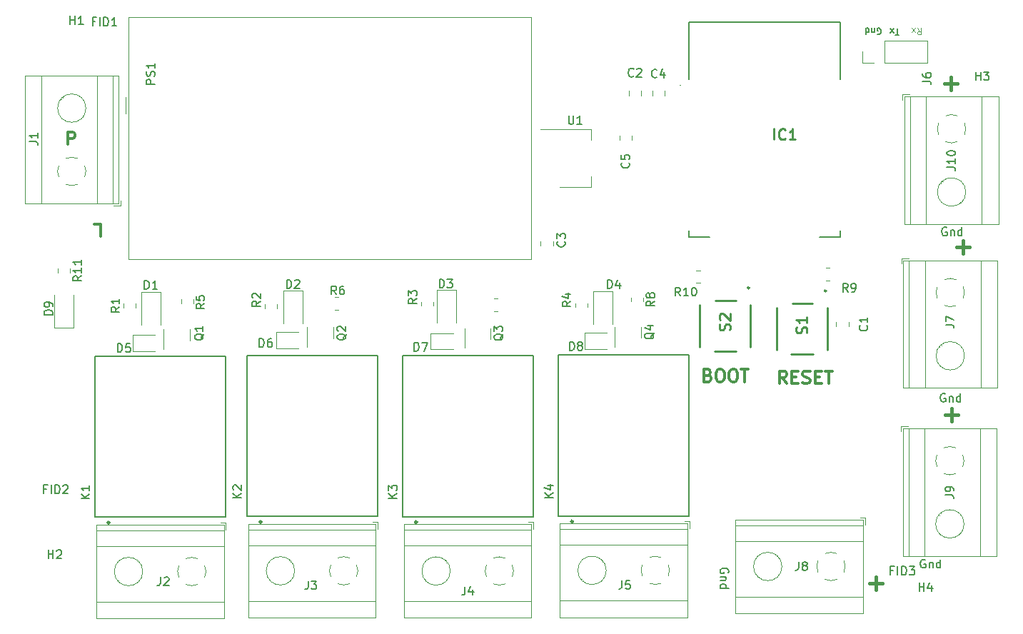
<source format=gbr>
%TF.GenerationSoftware,KiCad,Pcbnew,7.0.8*%
%TF.CreationDate,2024-09-18T17:33:38+05:30*%
%TF.ProjectId,Esp32_relay,45737033-325f-4726-956c-61792e6b6963,rev?*%
%TF.SameCoordinates,Original*%
%TF.FileFunction,Legend,Top*%
%TF.FilePolarity,Positive*%
%FSLAX46Y46*%
G04 Gerber Fmt 4.6, Leading zero omitted, Abs format (unit mm)*
G04 Created by KiCad (PCBNEW 7.0.8) date 2024-09-18 17:33:38*
%MOMM*%
%LPD*%
G01*
G04 APERTURE LIST*
%ADD10C,0.125000*%
%ADD11C,0.150000*%
%ADD12C,0.400000*%
%ADD13C,0.200000*%
%ADD14C,0.300000*%
%ADD15C,0.254000*%
%ADD16C,0.120000*%
%ADD17C,0.127000*%
%ADD18C,0.100000*%
G04 APERTURE END LIST*
D10*
X173895021Y-47875685D02*
X174145021Y-48232828D01*
X174323592Y-47875685D02*
X174323592Y-48625685D01*
X174323592Y-48625685D02*
X174037878Y-48625685D01*
X174037878Y-48625685D02*
X173966449Y-48589971D01*
X173966449Y-48589971D02*
X173930735Y-48554257D01*
X173930735Y-48554257D02*
X173895021Y-48482828D01*
X173895021Y-48482828D02*
X173895021Y-48375685D01*
X173895021Y-48375685D02*
X173930735Y-48304257D01*
X173930735Y-48304257D02*
X173966449Y-48268542D01*
X173966449Y-48268542D02*
X174037878Y-48232828D01*
X174037878Y-48232828D02*
X174323592Y-48232828D01*
X173645021Y-47875685D02*
X173252164Y-48375685D01*
X173645021Y-48375685D02*
X173252164Y-47875685D01*
D11*
X169164487Y-48591271D02*
X169235916Y-48626985D01*
X169235916Y-48626985D02*
X169343058Y-48626985D01*
X169343058Y-48626985D02*
X169450201Y-48591271D01*
X169450201Y-48591271D02*
X169521630Y-48519842D01*
X169521630Y-48519842D02*
X169557344Y-48448414D01*
X169557344Y-48448414D02*
X169593058Y-48305557D01*
X169593058Y-48305557D02*
X169593058Y-48198414D01*
X169593058Y-48198414D02*
X169557344Y-48055557D01*
X169557344Y-48055557D02*
X169521630Y-47984128D01*
X169521630Y-47984128D02*
X169450201Y-47912700D01*
X169450201Y-47912700D02*
X169343058Y-47876985D01*
X169343058Y-47876985D02*
X169271630Y-47876985D01*
X169271630Y-47876985D02*
X169164487Y-47912700D01*
X169164487Y-47912700D02*
X169128773Y-47948414D01*
X169128773Y-47948414D02*
X169128773Y-48198414D01*
X169128773Y-48198414D02*
X169271630Y-48198414D01*
X168807344Y-48376985D02*
X168807344Y-47876985D01*
X168807344Y-48305557D02*
X168771630Y-48341271D01*
X168771630Y-48341271D02*
X168700201Y-48376985D01*
X168700201Y-48376985D02*
X168593058Y-48376985D01*
X168593058Y-48376985D02*
X168521630Y-48341271D01*
X168521630Y-48341271D02*
X168485916Y-48269842D01*
X168485916Y-48269842D02*
X168485916Y-47876985D01*
X167807345Y-47876985D02*
X167807345Y-48626985D01*
X167807345Y-47912700D02*
X167878773Y-47876985D01*
X167878773Y-47876985D02*
X168021630Y-47876985D01*
X168021630Y-47876985D02*
X168093059Y-47912700D01*
X168093059Y-47912700D02*
X168128773Y-47948414D01*
X168128773Y-47948414D02*
X168164487Y-48019842D01*
X168164487Y-48019842D02*
X168164487Y-48234128D01*
X168164487Y-48234128D02*
X168128773Y-48305557D01*
X168128773Y-48305557D02*
X168093059Y-48341271D01*
X168093059Y-48341271D02*
X168021630Y-48376985D01*
X168021630Y-48376985D02*
X167878773Y-48376985D01*
X167878773Y-48376985D02*
X167807345Y-48341271D01*
D12*
X168271747Y-113729733D02*
X169795557Y-113729733D01*
X169033652Y-114491638D02*
X169033652Y-112967828D01*
D13*
X151472561Y-112475682D02*
X151520180Y-112380444D01*
X151520180Y-112380444D02*
X151520180Y-112237587D01*
X151520180Y-112237587D02*
X151472561Y-112094730D01*
X151472561Y-112094730D02*
X151377323Y-111999492D01*
X151377323Y-111999492D02*
X151282085Y-111951873D01*
X151282085Y-111951873D02*
X151091609Y-111904254D01*
X151091609Y-111904254D02*
X150948752Y-111904254D01*
X150948752Y-111904254D02*
X150758276Y-111951873D01*
X150758276Y-111951873D02*
X150663038Y-111999492D01*
X150663038Y-111999492D02*
X150567800Y-112094730D01*
X150567800Y-112094730D02*
X150520180Y-112237587D01*
X150520180Y-112237587D02*
X150520180Y-112332825D01*
X150520180Y-112332825D02*
X150567800Y-112475682D01*
X150567800Y-112475682D02*
X150615419Y-112523301D01*
X150615419Y-112523301D02*
X150948752Y-112523301D01*
X150948752Y-112523301D02*
X150948752Y-112332825D01*
X151186847Y-112951873D02*
X150520180Y-112951873D01*
X151091609Y-112951873D02*
X151139228Y-112999492D01*
X151139228Y-112999492D02*
X151186847Y-113094730D01*
X151186847Y-113094730D02*
X151186847Y-113237587D01*
X151186847Y-113237587D02*
X151139228Y-113332825D01*
X151139228Y-113332825D02*
X151043990Y-113380444D01*
X151043990Y-113380444D02*
X150520180Y-113380444D01*
X150520180Y-114285206D02*
X151520180Y-114285206D01*
X150567800Y-114285206D02*
X150520180Y-114189968D01*
X150520180Y-114189968D02*
X150520180Y-113999492D01*
X150520180Y-113999492D02*
X150567800Y-113904254D01*
X150567800Y-113904254D02*
X150615419Y-113856635D01*
X150615419Y-113856635D02*
X150710657Y-113809016D01*
X150710657Y-113809016D02*
X150996371Y-113809016D01*
X150996371Y-113809016D02*
X151091609Y-113856635D01*
X151091609Y-113856635D02*
X151139228Y-113904254D01*
X151139228Y-113904254D02*
X151186847Y-113999492D01*
X151186847Y-113999492D02*
X151186847Y-114189968D01*
X151186847Y-114189968D02*
X151139228Y-114285206D01*
D11*
X171721887Y-48703185D02*
X171293316Y-48703185D01*
X171507601Y-47953185D02*
X171507601Y-48703185D01*
X171114744Y-47953185D02*
X170721887Y-48453185D01*
X171114744Y-48453185D02*
X170721887Y-47953185D01*
D13*
X177205082Y-91243838D02*
X177109844Y-91196219D01*
X177109844Y-91196219D02*
X176966987Y-91196219D01*
X176966987Y-91196219D02*
X176824130Y-91243838D01*
X176824130Y-91243838D02*
X176728892Y-91339076D01*
X176728892Y-91339076D02*
X176681273Y-91434314D01*
X176681273Y-91434314D02*
X176633654Y-91624790D01*
X176633654Y-91624790D02*
X176633654Y-91767647D01*
X176633654Y-91767647D02*
X176681273Y-91958123D01*
X176681273Y-91958123D02*
X176728892Y-92053361D01*
X176728892Y-92053361D02*
X176824130Y-92148600D01*
X176824130Y-92148600D02*
X176966987Y-92196219D01*
X176966987Y-92196219D02*
X177062225Y-92196219D01*
X177062225Y-92196219D02*
X177205082Y-92148600D01*
X177205082Y-92148600D02*
X177252701Y-92100980D01*
X177252701Y-92100980D02*
X177252701Y-91767647D01*
X177252701Y-91767647D02*
X177062225Y-91767647D01*
X177681273Y-91529552D02*
X177681273Y-92196219D01*
X177681273Y-91624790D02*
X177728892Y-91577171D01*
X177728892Y-91577171D02*
X177824130Y-91529552D01*
X177824130Y-91529552D02*
X177966987Y-91529552D01*
X177966987Y-91529552D02*
X178062225Y-91577171D01*
X178062225Y-91577171D02*
X178109844Y-91672409D01*
X178109844Y-91672409D02*
X178109844Y-92196219D01*
X179014606Y-92196219D02*
X179014606Y-91196219D01*
X179014606Y-92148600D02*
X178919368Y-92196219D01*
X178919368Y-92196219D02*
X178728892Y-92196219D01*
X178728892Y-92196219D02*
X178633654Y-92148600D01*
X178633654Y-92148600D02*
X178586035Y-92100980D01*
X178586035Y-92100980D02*
X178538416Y-92005742D01*
X178538416Y-92005742D02*
X178538416Y-91720028D01*
X178538416Y-91720028D02*
X178586035Y-91624790D01*
X178586035Y-91624790D02*
X178633654Y-91577171D01*
X178633654Y-91577171D02*
X178728892Y-91529552D01*
X178728892Y-91529552D02*
X178919368Y-91529552D01*
X178919368Y-91529552D02*
X179014606Y-91577171D01*
X174842882Y-110928838D02*
X174747644Y-110881219D01*
X174747644Y-110881219D02*
X174604787Y-110881219D01*
X174604787Y-110881219D02*
X174461930Y-110928838D01*
X174461930Y-110928838D02*
X174366692Y-111024076D01*
X174366692Y-111024076D02*
X174319073Y-111119314D01*
X174319073Y-111119314D02*
X174271454Y-111309790D01*
X174271454Y-111309790D02*
X174271454Y-111452647D01*
X174271454Y-111452647D02*
X174319073Y-111643123D01*
X174319073Y-111643123D02*
X174366692Y-111738361D01*
X174366692Y-111738361D02*
X174461930Y-111833600D01*
X174461930Y-111833600D02*
X174604787Y-111881219D01*
X174604787Y-111881219D02*
X174700025Y-111881219D01*
X174700025Y-111881219D02*
X174842882Y-111833600D01*
X174842882Y-111833600D02*
X174890501Y-111785980D01*
X174890501Y-111785980D02*
X174890501Y-111452647D01*
X174890501Y-111452647D02*
X174700025Y-111452647D01*
X175319073Y-111214552D02*
X175319073Y-111881219D01*
X175319073Y-111309790D02*
X175366692Y-111262171D01*
X175366692Y-111262171D02*
X175461930Y-111214552D01*
X175461930Y-111214552D02*
X175604787Y-111214552D01*
X175604787Y-111214552D02*
X175700025Y-111262171D01*
X175700025Y-111262171D02*
X175747644Y-111357409D01*
X175747644Y-111357409D02*
X175747644Y-111881219D01*
X176652406Y-111881219D02*
X176652406Y-110881219D01*
X176652406Y-111833600D02*
X176557168Y-111881219D01*
X176557168Y-111881219D02*
X176366692Y-111881219D01*
X176366692Y-111881219D02*
X176271454Y-111833600D01*
X176271454Y-111833600D02*
X176223835Y-111785980D01*
X176223835Y-111785980D02*
X176176216Y-111690742D01*
X176176216Y-111690742D02*
X176176216Y-111405028D01*
X176176216Y-111405028D02*
X176223835Y-111309790D01*
X176223835Y-111309790D02*
X176271454Y-111262171D01*
X176271454Y-111262171D02*
X176366692Y-111214552D01*
X176366692Y-111214552D02*
X176557168Y-111214552D01*
X176557168Y-111214552D02*
X176652406Y-111262171D01*
D12*
X177152547Y-54446133D02*
X178676357Y-54446133D01*
X177914452Y-55208038D02*
X177914452Y-53684228D01*
D11*
X177375388Y-71536038D02*
X177280150Y-71488419D01*
X177280150Y-71488419D02*
X177137293Y-71488419D01*
X177137293Y-71488419D02*
X176994436Y-71536038D01*
X176994436Y-71536038D02*
X176899198Y-71631276D01*
X176899198Y-71631276D02*
X176851579Y-71726514D01*
X176851579Y-71726514D02*
X176803960Y-71916990D01*
X176803960Y-71916990D02*
X176803960Y-72059847D01*
X176803960Y-72059847D02*
X176851579Y-72250323D01*
X176851579Y-72250323D02*
X176899198Y-72345561D01*
X176899198Y-72345561D02*
X176994436Y-72440800D01*
X176994436Y-72440800D02*
X177137293Y-72488419D01*
X177137293Y-72488419D02*
X177232531Y-72488419D01*
X177232531Y-72488419D02*
X177375388Y-72440800D01*
X177375388Y-72440800D02*
X177423007Y-72393180D01*
X177423007Y-72393180D02*
X177423007Y-72059847D01*
X177423007Y-72059847D02*
X177232531Y-72059847D01*
X177851579Y-71821752D02*
X177851579Y-72488419D01*
X177851579Y-71916990D02*
X177899198Y-71869371D01*
X177899198Y-71869371D02*
X177994436Y-71821752D01*
X177994436Y-71821752D02*
X178137293Y-71821752D01*
X178137293Y-71821752D02*
X178232531Y-71869371D01*
X178232531Y-71869371D02*
X178280150Y-71964609D01*
X178280150Y-71964609D02*
X178280150Y-72488419D01*
X179184912Y-72488419D02*
X179184912Y-71488419D01*
X179184912Y-72440800D02*
X179089674Y-72488419D01*
X179089674Y-72488419D02*
X178899198Y-72488419D01*
X178899198Y-72488419D02*
X178803960Y-72440800D01*
X178803960Y-72440800D02*
X178756341Y-72393180D01*
X178756341Y-72393180D02*
X178708722Y-72297942D01*
X178708722Y-72297942D02*
X178708722Y-72012228D01*
X178708722Y-72012228D02*
X178756341Y-71916990D01*
X178756341Y-71916990D02*
X178803960Y-71869371D01*
X178803960Y-71869371D02*
X178899198Y-71821752D01*
X178899198Y-71821752D02*
X179089674Y-71821752D01*
X179089674Y-71821752D02*
X179184912Y-71869371D01*
D12*
X178549547Y-73851733D02*
X180073357Y-73851733D01*
X179311452Y-74613638D02*
X179311452Y-73089828D01*
D14*
X158383653Y-90021628D02*
X157883653Y-89307342D01*
X157526510Y-90021628D02*
X157526510Y-88521628D01*
X157526510Y-88521628D02*
X158097939Y-88521628D01*
X158097939Y-88521628D02*
X158240796Y-88593057D01*
X158240796Y-88593057D02*
X158312225Y-88664485D01*
X158312225Y-88664485D02*
X158383653Y-88807342D01*
X158383653Y-88807342D02*
X158383653Y-89021628D01*
X158383653Y-89021628D02*
X158312225Y-89164485D01*
X158312225Y-89164485D02*
X158240796Y-89235914D01*
X158240796Y-89235914D02*
X158097939Y-89307342D01*
X158097939Y-89307342D02*
X157526510Y-89307342D01*
X159026510Y-89235914D02*
X159526510Y-89235914D01*
X159740796Y-90021628D02*
X159026510Y-90021628D01*
X159026510Y-90021628D02*
X159026510Y-88521628D01*
X159026510Y-88521628D02*
X159740796Y-88521628D01*
X160312225Y-89950200D02*
X160526511Y-90021628D01*
X160526511Y-90021628D02*
X160883653Y-90021628D01*
X160883653Y-90021628D02*
X161026511Y-89950200D01*
X161026511Y-89950200D02*
X161097939Y-89878771D01*
X161097939Y-89878771D02*
X161169368Y-89735914D01*
X161169368Y-89735914D02*
X161169368Y-89593057D01*
X161169368Y-89593057D02*
X161097939Y-89450200D01*
X161097939Y-89450200D02*
X161026511Y-89378771D01*
X161026511Y-89378771D02*
X160883653Y-89307342D01*
X160883653Y-89307342D02*
X160597939Y-89235914D01*
X160597939Y-89235914D02*
X160455082Y-89164485D01*
X160455082Y-89164485D02*
X160383653Y-89093057D01*
X160383653Y-89093057D02*
X160312225Y-88950200D01*
X160312225Y-88950200D02*
X160312225Y-88807342D01*
X160312225Y-88807342D02*
X160383653Y-88664485D01*
X160383653Y-88664485D02*
X160455082Y-88593057D01*
X160455082Y-88593057D02*
X160597939Y-88521628D01*
X160597939Y-88521628D02*
X160955082Y-88521628D01*
X160955082Y-88521628D02*
X161169368Y-88593057D01*
X161812224Y-89235914D02*
X162312224Y-89235914D01*
X162526510Y-90021628D02*
X161812224Y-90021628D01*
X161812224Y-90021628D02*
X161812224Y-88521628D01*
X161812224Y-88521628D02*
X162526510Y-88521628D01*
X162955082Y-88521628D02*
X163812225Y-88521628D01*
X163383653Y-90021628D02*
X163383653Y-88521628D01*
D12*
X177177947Y-93765333D02*
X178701757Y-93765333D01*
X177939852Y-94527238D02*
X177939852Y-93003428D01*
D14*
X76313003Y-71090571D02*
X77027289Y-71090571D01*
X77027289Y-71090571D02*
X77027289Y-72590571D01*
X73157910Y-61675228D02*
X73157910Y-60175228D01*
X73157910Y-60175228D02*
X73729339Y-60175228D01*
X73729339Y-60175228D02*
X73872196Y-60246657D01*
X73872196Y-60246657D02*
X73943625Y-60318085D01*
X73943625Y-60318085D02*
X74015053Y-60460942D01*
X74015053Y-60460942D02*
X74015053Y-60675228D01*
X74015053Y-60675228D02*
X73943625Y-60818085D01*
X73943625Y-60818085D02*
X73872196Y-60889514D01*
X73872196Y-60889514D02*
X73729339Y-60960942D01*
X73729339Y-60960942D02*
X73157910Y-60960942D01*
X149085710Y-89032714D02*
X149299996Y-89104142D01*
X149299996Y-89104142D02*
X149371425Y-89175571D01*
X149371425Y-89175571D02*
X149442853Y-89318428D01*
X149442853Y-89318428D02*
X149442853Y-89532714D01*
X149442853Y-89532714D02*
X149371425Y-89675571D01*
X149371425Y-89675571D02*
X149299996Y-89747000D01*
X149299996Y-89747000D02*
X149157139Y-89818428D01*
X149157139Y-89818428D02*
X148585710Y-89818428D01*
X148585710Y-89818428D02*
X148585710Y-88318428D01*
X148585710Y-88318428D02*
X149085710Y-88318428D01*
X149085710Y-88318428D02*
X149228568Y-88389857D01*
X149228568Y-88389857D02*
X149299996Y-88461285D01*
X149299996Y-88461285D02*
X149371425Y-88604142D01*
X149371425Y-88604142D02*
X149371425Y-88747000D01*
X149371425Y-88747000D02*
X149299996Y-88889857D01*
X149299996Y-88889857D02*
X149228568Y-88961285D01*
X149228568Y-88961285D02*
X149085710Y-89032714D01*
X149085710Y-89032714D02*
X148585710Y-89032714D01*
X150371425Y-88318428D02*
X150657139Y-88318428D01*
X150657139Y-88318428D02*
X150799996Y-88389857D01*
X150799996Y-88389857D02*
X150942853Y-88532714D01*
X150942853Y-88532714D02*
X151014282Y-88818428D01*
X151014282Y-88818428D02*
X151014282Y-89318428D01*
X151014282Y-89318428D02*
X150942853Y-89604142D01*
X150942853Y-89604142D02*
X150799996Y-89747000D01*
X150799996Y-89747000D02*
X150657139Y-89818428D01*
X150657139Y-89818428D02*
X150371425Y-89818428D01*
X150371425Y-89818428D02*
X150228568Y-89747000D01*
X150228568Y-89747000D02*
X150085710Y-89604142D01*
X150085710Y-89604142D02*
X150014282Y-89318428D01*
X150014282Y-89318428D02*
X150014282Y-88818428D01*
X150014282Y-88818428D02*
X150085710Y-88532714D01*
X150085710Y-88532714D02*
X150228568Y-88389857D01*
X150228568Y-88389857D02*
X150371425Y-88318428D01*
X151942854Y-88318428D02*
X152228568Y-88318428D01*
X152228568Y-88318428D02*
X152371425Y-88389857D01*
X152371425Y-88389857D02*
X152514282Y-88532714D01*
X152514282Y-88532714D02*
X152585711Y-88818428D01*
X152585711Y-88818428D02*
X152585711Y-89318428D01*
X152585711Y-89318428D02*
X152514282Y-89604142D01*
X152514282Y-89604142D02*
X152371425Y-89747000D01*
X152371425Y-89747000D02*
X152228568Y-89818428D01*
X152228568Y-89818428D02*
X151942854Y-89818428D01*
X151942854Y-89818428D02*
X151799997Y-89747000D01*
X151799997Y-89747000D02*
X151657139Y-89604142D01*
X151657139Y-89604142D02*
X151585711Y-89318428D01*
X151585711Y-89318428D02*
X151585711Y-88818428D01*
X151585711Y-88818428D02*
X151657139Y-88532714D01*
X151657139Y-88532714D02*
X151799997Y-88389857D01*
X151799997Y-88389857D02*
X151942854Y-88318428D01*
X153014283Y-88318428D02*
X153871426Y-88318428D01*
X153442854Y-89818428D02*
X153442854Y-88318428D01*
D11*
X132672905Y-86078219D02*
X132672905Y-85078219D01*
X132672905Y-85078219D02*
X132911000Y-85078219D01*
X132911000Y-85078219D02*
X133053857Y-85125838D01*
X133053857Y-85125838D02*
X133149095Y-85221076D01*
X133149095Y-85221076D02*
X133196714Y-85316314D01*
X133196714Y-85316314D02*
X133244333Y-85506790D01*
X133244333Y-85506790D02*
X133244333Y-85649647D01*
X133244333Y-85649647D02*
X133196714Y-85840123D01*
X133196714Y-85840123D02*
X133149095Y-85935361D01*
X133149095Y-85935361D02*
X133053857Y-86030600D01*
X133053857Y-86030600D02*
X132911000Y-86078219D01*
X132911000Y-86078219D02*
X132672905Y-86078219D01*
X133815762Y-85506790D02*
X133720524Y-85459171D01*
X133720524Y-85459171D02*
X133672905Y-85411552D01*
X133672905Y-85411552D02*
X133625286Y-85316314D01*
X133625286Y-85316314D02*
X133625286Y-85268695D01*
X133625286Y-85268695D02*
X133672905Y-85173457D01*
X133672905Y-85173457D02*
X133720524Y-85125838D01*
X133720524Y-85125838D02*
X133815762Y-85078219D01*
X133815762Y-85078219D02*
X134006238Y-85078219D01*
X134006238Y-85078219D02*
X134101476Y-85125838D01*
X134101476Y-85125838D02*
X134149095Y-85173457D01*
X134149095Y-85173457D02*
X134196714Y-85268695D01*
X134196714Y-85268695D02*
X134196714Y-85316314D01*
X134196714Y-85316314D02*
X134149095Y-85411552D01*
X134149095Y-85411552D02*
X134101476Y-85459171D01*
X134101476Y-85459171D02*
X134006238Y-85506790D01*
X134006238Y-85506790D02*
X133815762Y-85506790D01*
X133815762Y-85506790D02*
X133720524Y-85554409D01*
X133720524Y-85554409D02*
X133672905Y-85602028D01*
X133672905Y-85602028D02*
X133625286Y-85697266D01*
X133625286Y-85697266D02*
X133625286Y-85887742D01*
X133625286Y-85887742D02*
X133672905Y-85982980D01*
X133672905Y-85982980D02*
X133720524Y-86030600D01*
X133720524Y-86030600D02*
X133815762Y-86078219D01*
X133815762Y-86078219D02*
X134006238Y-86078219D01*
X134006238Y-86078219D02*
X134101476Y-86030600D01*
X134101476Y-86030600D02*
X134149095Y-85982980D01*
X134149095Y-85982980D02*
X134196714Y-85887742D01*
X134196714Y-85887742D02*
X134196714Y-85697266D01*
X134196714Y-85697266D02*
X134149095Y-85602028D01*
X134149095Y-85602028D02*
X134101476Y-85554409D01*
X134101476Y-85554409D02*
X134006238Y-85506790D01*
X114536419Y-79948066D02*
X114060228Y-80281399D01*
X114536419Y-80519494D02*
X113536419Y-80519494D01*
X113536419Y-80519494D02*
X113536419Y-80138542D01*
X113536419Y-80138542D02*
X113584038Y-80043304D01*
X113584038Y-80043304D02*
X113631657Y-79995685D01*
X113631657Y-79995685D02*
X113726895Y-79948066D01*
X113726895Y-79948066D02*
X113869752Y-79948066D01*
X113869752Y-79948066D02*
X113964990Y-79995685D01*
X113964990Y-79995685D02*
X114012609Y-80043304D01*
X114012609Y-80043304D02*
X114060228Y-80138542D01*
X114060228Y-80138542D02*
X114060228Y-80519494D01*
X113536419Y-79614732D02*
X113536419Y-78995685D01*
X113536419Y-78995685D02*
X113917371Y-79329018D01*
X113917371Y-79329018D02*
X113917371Y-79186161D01*
X113917371Y-79186161D02*
X113964990Y-79090923D01*
X113964990Y-79090923D02*
X114012609Y-79043304D01*
X114012609Y-79043304D02*
X114107847Y-78995685D01*
X114107847Y-78995685D02*
X114345942Y-78995685D01*
X114345942Y-78995685D02*
X114441180Y-79043304D01*
X114441180Y-79043304D02*
X114488800Y-79090923D01*
X114488800Y-79090923D02*
X114536419Y-79186161D01*
X114536419Y-79186161D02*
X114536419Y-79471875D01*
X114536419Y-79471875D02*
X114488800Y-79567113D01*
X114488800Y-79567113D02*
X114441180Y-79614732D01*
X167922980Y-83121866D02*
X167970600Y-83169485D01*
X167970600Y-83169485D02*
X168018219Y-83312342D01*
X168018219Y-83312342D02*
X168018219Y-83407580D01*
X168018219Y-83407580D02*
X167970600Y-83550437D01*
X167970600Y-83550437D02*
X167875361Y-83645675D01*
X167875361Y-83645675D02*
X167780123Y-83693294D01*
X167780123Y-83693294D02*
X167589647Y-83740913D01*
X167589647Y-83740913D02*
X167446790Y-83740913D01*
X167446790Y-83740913D02*
X167256314Y-83693294D01*
X167256314Y-83693294D02*
X167161076Y-83645675D01*
X167161076Y-83645675D02*
X167065838Y-83550437D01*
X167065838Y-83550437D02*
X167018219Y-83407580D01*
X167018219Y-83407580D02*
X167018219Y-83312342D01*
X167018219Y-83312342D02*
X167065838Y-83169485D01*
X167065838Y-83169485D02*
X167113457Y-83121866D01*
X168018219Y-82169485D02*
X168018219Y-82740913D01*
X168018219Y-82455199D02*
X167018219Y-82455199D01*
X167018219Y-82455199D02*
X167161076Y-82550437D01*
X167161076Y-82550437D02*
X167256314Y-82645675D01*
X167256314Y-82645675D02*
X167303933Y-82740913D01*
X171049171Y-112186309D02*
X170715838Y-112186309D01*
X170715838Y-112710119D02*
X170715838Y-111710119D01*
X170715838Y-111710119D02*
X171192028Y-111710119D01*
X171572981Y-112710119D02*
X171572981Y-111710119D01*
X172049171Y-112710119D02*
X172049171Y-111710119D01*
X172049171Y-111710119D02*
X172287266Y-111710119D01*
X172287266Y-111710119D02*
X172430123Y-111757738D01*
X172430123Y-111757738D02*
X172525361Y-111852976D01*
X172525361Y-111852976D02*
X172572980Y-111948214D01*
X172572980Y-111948214D02*
X172620599Y-112138690D01*
X172620599Y-112138690D02*
X172620599Y-112281547D01*
X172620599Y-112281547D02*
X172572980Y-112472023D01*
X172572980Y-112472023D02*
X172525361Y-112567261D01*
X172525361Y-112567261D02*
X172430123Y-112662500D01*
X172430123Y-112662500D02*
X172287266Y-112710119D01*
X172287266Y-112710119D02*
X172049171Y-112710119D01*
X172953933Y-111710119D02*
X173572980Y-111710119D01*
X173572980Y-111710119D02*
X173239647Y-112091071D01*
X173239647Y-112091071D02*
X173382504Y-112091071D01*
X173382504Y-112091071D02*
X173477742Y-112138690D01*
X173477742Y-112138690D02*
X173525361Y-112186309D01*
X173525361Y-112186309D02*
X173572980Y-112281547D01*
X173572980Y-112281547D02*
X173572980Y-112519642D01*
X173572980Y-112519642D02*
X173525361Y-112614880D01*
X173525361Y-112614880D02*
X173477742Y-112662500D01*
X173477742Y-112662500D02*
X173382504Y-112710119D01*
X173382504Y-112710119D02*
X173096790Y-112710119D01*
X173096790Y-112710119D02*
X173001552Y-112662500D01*
X173001552Y-112662500D02*
X172953933Y-112614880D01*
X139688780Y-63819066D02*
X139736400Y-63866685D01*
X139736400Y-63866685D02*
X139784019Y-64009542D01*
X139784019Y-64009542D02*
X139784019Y-64104780D01*
X139784019Y-64104780D02*
X139736400Y-64247637D01*
X139736400Y-64247637D02*
X139641161Y-64342875D01*
X139641161Y-64342875D02*
X139545923Y-64390494D01*
X139545923Y-64390494D02*
X139355447Y-64438113D01*
X139355447Y-64438113D02*
X139212590Y-64438113D01*
X139212590Y-64438113D02*
X139022114Y-64390494D01*
X139022114Y-64390494D02*
X138926876Y-64342875D01*
X138926876Y-64342875D02*
X138831638Y-64247637D01*
X138831638Y-64247637D02*
X138784019Y-64104780D01*
X138784019Y-64104780D02*
X138784019Y-64009542D01*
X138784019Y-64009542D02*
X138831638Y-63866685D01*
X138831638Y-63866685D02*
X138879257Y-63819066D01*
X138784019Y-62914304D02*
X138784019Y-63390494D01*
X138784019Y-63390494D02*
X139260209Y-63438113D01*
X139260209Y-63438113D02*
X139212590Y-63390494D01*
X139212590Y-63390494D02*
X139164971Y-63295256D01*
X139164971Y-63295256D02*
X139164971Y-63057161D01*
X139164971Y-63057161D02*
X139212590Y-62961923D01*
X139212590Y-62961923D02*
X139260209Y-62914304D01*
X139260209Y-62914304D02*
X139355447Y-62866685D01*
X139355447Y-62866685D02*
X139593542Y-62866685D01*
X139593542Y-62866685D02*
X139688780Y-62914304D01*
X139688780Y-62914304D02*
X139736400Y-62961923D01*
X139736400Y-62961923D02*
X139784019Y-63057161D01*
X139784019Y-63057161D02*
X139784019Y-63295256D01*
X139784019Y-63295256D02*
X139736400Y-63390494D01*
X139736400Y-63390494D02*
X139688780Y-63438113D01*
X132068780Y-73166266D02*
X132116400Y-73213885D01*
X132116400Y-73213885D02*
X132164019Y-73356742D01*
X132164019Y-73356742D02*
X132164019Y-73451980D01*
X132164019Y-73451980D02*
X132116400Y-73594837D01*
X132116400Y-73594837D02*
X132021161Y-73690075D01*
X132021161Y-73690075D02*
X131925923Y-73737694D01*
X131925923Y-73737694D02*
X131735447Y-73785313D01*
X131735447Y-73785313D02*
X131592590Y-73785313D01*
X131592590Y-73785313D02*
X131402114Y-73737694D01*
X131402114Y-73737694D02*
X131306876Y-73690075D01*
X131306876Y-73690075D02*
X131211638Y-73594837D01*
X131211638Y-73594837D02*
X131164019Y-73451980D01*
X131164019Y-73451980D02*
X131164019Y-73356742D01*
X131164019Y-73356742D02*
X131211638Y-73213885D01*
X131211638Y-73213885D02*
X131259257Y-73166266D01*
X131164019Y-72832932D02*
X131164019Y-72213885D01*
X131164019Y-72213885D02*
X131544971Y-72547218D01*
X131544971Y-72547218D02*
X131544971Y-72404361D01*
X131544971Y-72404361D02*
X131592590Y-72309123D01*
X131592590Y-72309123D02*
X131640209Y-72261504D01*
X131640209Y-72261504D02*
X131735447Y-72213885D01*
X131735447Y-72213885D02*
X131973542Y-72213885D01*
X131973542Y-72213885D02*
X132068780Y-72261504D01*
X132068780Y-72261504D02*
X132116400Y-72309123D01*
X132116400Y-72309123D02*
X132164019Y-72404361D01*
X132164019Y-72404361D02*
X132164019Y-72690075D01*
X132164019Y-72690075D02*
X132116400Y-72785313D01*
X132116400Y-72785313D02*
X132068780Y-72832932D01*
X124791657Y-84143838D02*
X124744038Y-84239076D01*
X124744038Y-84239076D02*
X124648800Y-84334314D01*
X124648800Y-84334314D02*
X124505942Y-84477171D01*
X124505942Y-84477171D02*
X124458323Y-84572409D01*
X124458323Y-84572409D02*
X124458323Y-84667647D01*
X124696419Y-84620028D02*
X124648800Y-84715266D01*
X124648800Y-84715266D02*
X124553561Y-84810504D01*
X124553561Y-84810504D02*
X124363085Y-84858123D01*
X124363085Y-84858123D02*
X124029752Y-84858123D01*
X124029752Y-84858123D02*
X123839276Y-84810504D01*
X123839276Y-84810504D02*
X123744038Y-84715266D01*
X123744038Y-84715266D02*
X123696419Y-84620028D01*
X123696419Y-84620028D02*
X123696419Y-84429552D01*
X123696419Y-84429552D02*
X123744038Y-84334314D01*
X123744038Y-84334314D02*
X123839276Y-84239076D01*
X123839276Y-84239076D02*
X124029752Y-84191457D01*
X124029752Y-84191457D02*
X124363085Y-84191457D01*
X124363085Y-84191457D02*
X124553561Y-84239076D01*
X124553561Y-84239076D02*
X124648800Y-84334314D01*
X124648800Y-84334314D02*
X124696419Y-84429552D01*
X124696419Y-84429552D02*
X124696419Y-84620028D01*
X123696419Y-83858123D02*
X123696419Y-83239076D01*
X123696419Y-83239076D02*
X124077371Y-83572409D01*
X124077371Y-83572409D02*
X124077371Y-83429552D01*
X124077371Y-83429552D02*
X124124990Y-83334314D01*
X124124990Y-83334314D02*
X124172609Y-83286695D01*
X124172609Y-83286695D02*
X124267847Y-83239076D01*
X124267847Y-83239076D02*
X124505942Y-83239076D01*
X124505942Y-83239076D02*
X124601180Y-83286695D01*
X124601180Y-83286695D02*
X124648800Y-83334314D01*
X124648800Y-83334314D02*
X124696419Y-83429552D01*
X124696419Y-83429552D02*
X124696419Y-83715266D01*
X124696419Y-83715266D02*
X124648800Y-83810504D01*
X124648800Y-83810504D02*
X124601180Y-83858123D01*
X140254733Y-53547180D02*
X140207114Y-53594800D01*
X140207114Y-53594800D02*
X140064257Y-53642419D01*
X140064257Y-53642419D02*
X139969019Y-53642419D01*
X139969019Y-53642419D02*
X139826162Y-53594800D01*
X139826162Y-53594800D02*
X139730924Y-53499561D01*
X139730924Y-53499561D02*
X139683305Y-53404323D01*
X139683305Y-53404323D02*
X139635686Y-53213847D01*
X139635686Y-53213847D02*
X139635686Y-53070990D01*
X139635686Y-53070990D02*
X139683305Y-52880514D01*
X139683305Y-52880514D02*
X139730924Y-52785276D01*
X139730924Y-52785276D02*
X139826162Y-52690038D01*
X139826162Y-52690038D02*
X139969019Y-52642419D01*
X139969019Y-52642419D02*
X140064257Y-52642419D01*
X140064257Y-52642419D02*
X140207114Y-52690038D01*
X140207114Y-52690038D02*
X140254733Y-52737657D01*
X140635686Y-52737657D02*
X140683305Y-52690038D01*
X140683305Y-52690038D02*
X140778543Y-52642419D01*
X140778543Y-52642419D02*
X141016638Y-52642419D01*
X141016638Y-52642419D02*
X141111876Y-52690038D01*
X141111876Y-52690038D02*
X141159495Y-52737657D01*
X141159495Y-52737657D02*
X141207114Y-52832895D01*
X141207114Y-52832895D02*
X141207114Y-52928133D01*
X141207114Y-52928133D02*
X141159495Y-53070990D01*
X141159495Y-53070990D02*
X140588067Y-53642419D01*
X140588067Y-53642419D02*
X141207114Y-53642419D01*
X142754819Y-80229366D02*
X142278628Y-80562699D01*
X142754819Y-80800794D02*
X141754819Y-80800794D01*
X141754819Y-80800794D02*
X141754819Y-80419842D01*
X141754819Y-80419842D02*
X141802438Y-80324604D01*
X141802438Y-80324604D02*
X141850057Y-80276985D01*
X141850057Y-80276985D02*
X141945295Y-80229366D01*
X141945295Y-80229366D02*
X142088152Y-80229366D01*
X142088152Y-80229366D02*
X142183390Y-80276985D01*
X142183390Y-80276985D02*
X142231009Y-80324604D01*
X142231009Y-80324604D02*
X142278628Y-80419842D01*
X142278628Y-80419842D02*
X142278628Y-80800794D01*
X142183390Y-79657937D02*
X142135771Y-79753175D01*
X142135771Y-79753175D02*
X142088152Y-79800794D01*
X142088152Y-79800794D02*
X141992914Y-79848413D01*
X141992914Y-79848413D02*
X141945295Y-79848413D01*
X141945295Y-79848413D02*
X141850057Y-79800794D01*
X141850057Y-79800794D02*
X141802438Y-79753175D01*
X141802438Y-79753175D02*
X141754819Y-79657937D01*
X141754819Y-79657937D02*
X141754819Y-79467461D01*
X141754819Y-79467461D02*
X141802438Y-79372223D01*
X141802438Y-79372223D02*
X141850057Y-79324604D01*
X141850057Y-79324604D02*
X141945295Y-79276985D01*
X141945295Y-79276985D02*
X141992914Y-79276985D01*
X141992914Y-79276985D02*
X142088152Y-79324604D01*
X142088152Y-79324604D02*
X142135771Y-79372223D01*
X142135771Y-79372223D02*
X142183390Y-79467461D01*
X142183390Y-79467461D02*
X142183390Y-79657937D01*
X142183390Y-79657937D02*
X142231009Y-79753175D01*
X142231009Y-79753175D02*
X142278628Y-79800794D01*
X142278628Y-79800794D02*
X142373866Y-79848413D01*
X142373866Y-79848413D02*
X142564342Y-79848413D01*
X142564342Y-79848413D02*
X142659580Y-79800794D01*
X142659580Y-79800794D02*
X142707200Y-79753175D01*
X142707200Y-79753175D02*
X142754819Y-79657937D01*
X142754819Y-79657937D02*
X142754819Y-79467461D01*
X142754819Y-79467461D02*
X142707200Y-79372223D01*
X142707200Y-79372223D02*
X142659580Y-79324604D01*
X142659580Y-79324604D02*
X142564342Y-79276985D01*
X142564342Y-79276985D02*
X142373866Y-79276985D01*
X142373866Y-79276985D02*
X142278628Y-79324604D01*
X142278628Y-79324604D02*
X142231009Y-79372223D01*
X142231009Y-79372223D02*
X142183390Y-79467461D01*
X83472219Y-54503485D02*
X82472219Y-54503485D01*
X82472219Y-54503485D02*
X82472219Y-54122533D01*
X82472219Y-54122533D02*
X82519838Y-54027295D01*
X82519838Y-54027295D02*
X82567457Y-53979676D01*
X82567457Y-53979676D02*
X82662695Y-53932057D01*
X82662695Y-53932057D02*
X82805552Y-53932057D01*
X82805552Y-53932057D02*
X82900790Y-53979676D01*
X82900790Y-53979676D02*
X82948409Y-54027295D01*
X82948409Y-54027295D02*
X82996028Y-54122533D01*
X82996028Y-54122533D02*
X82996028Y-54503485D01*
X83424600Y-53551104D02*
X83472219Y-53408247D01*
X83472219Y-53408247D02*
X83472219Y-53170152D01*
X83472219Y-53170152D02*
X83424600Y-53074914D01*
X83424600Y-53074914D02*
X83376980Y-53027295D01*
X83376980Y-53027295D02*
X83281742Y-52979676D01*
X83281742Y-52979676D02*
X83186504Y-52979676D01*
X83186504Y-52979676D02*
X83091266Y-53027295D01*
X83091266Y-53027295D02*
X83043647Y-53074914D01*
X83043647Y-53074914D02*
X82996028Y-53170152D01*
X82996028Y-53170152D02*
X82948409Y-53360628D01*
X82948409Y-53360628D02*
X82900790Y-53455866D01*
X82900790Y-53455866D02*
X82853171Y-53503485D01*
X82853171Y-53503485D02*
X82757933Y-53551104D01*
X82757933Y-53551104D02*
X82662695Y-53551104D01*
X82662695Y-53551104D02*
X82567457Y-53503485D01*
X82567457Y-53503485D02*
X82519838Y-53455866D01*
X82519838Y-53455866D02*
X82472219Y-53360628D01*
X82472219Y-53360628D02*
X82472219Y-53122533D01*
X82472219Y-53122533D02*
X82519838Y-52979676D01*
X83472219Y-52027295D02*
X83472219Y-52598723D01*
X83472219Y-52313009D02*
X82472219Y-52313009D01*
X82472219Y-52313009D02*
X82615076Y-52408247D01*
X82615076Y-52408247D02*
X82710314Y-52503485D01*
X82710314Y-52503485D02*
X82757933Y-52598723D01*
D15*
X160756572Y-84028489D02*
X160817048Y-83847060D01*
X160817048Y-83847060D02*
X160817048Y-83544679D01*
X160817048Y-83544679D02*
X160756572Y-83423727D01*
X160756572Y-83423727D02*
X160696095Y-83363251D01*
X160696095Y-83363251D02*
X160575143Y-83302774D01*
X160575143Y-83302774D02*
X160454191Y-83302774D01*
X160454191Y-83302774D02*
X160333238Y-83363251D01*
X160333238Y-83363251D02*
X160272762Y-83423727D01*
X160272762Y-83423727D02*
X160212286Y-83544679D01*
X160212286Y-83544679D02*
X160151810Y-83786584D01*
X160151810Y-83786584D02*
X160091333Y-83907536D01*
X160091333Y-83907536D02*
X160030857Y-83968013D01*
X160030857Y-83968013D02*
X159909905Y-84028489D01*
X159909905Y-84028489D02*
X159788952Y-84028489D01*
X159788952Y-84028489D02*
X159668000Y-83968013D01*
X159668000Y-83968013D02*
X159607524Y-83907536D01*
X159607524Y-83907536D02*
X159547048Y-83786584D01*
X159547048Y-83786584D02*
X159547048Y-83484203D01*
X159547048Y-83484203D02*
X159607524Y-83302774D01*
X160817048Y-82093250D02*
X160817048Y-82818965D01*
X160817048Y-82456108D02*
X159547048Y-82456108D01*
X159547048Y-82456108D02*
X159728476Y-82577060D01*
X159728476Y-82577060D02*
X159849429Y-82698012D01*
X159849429Y-82698012D02*
X159909905Y-82818965D01*
D11*
X142698657Y-83991438D02*
X142651038Y-84086676D01*
X142651038Y-84086676D02*
X142555800Y-84181914D01*
X142555800Y-84181914D02*
X142412942Y-84324771D01*
X142412942Y-84324771D02*
X142365323Y-84420009D01*
X142365323Y-84420009D02*
X142365323Y-84515247D01*
X142603419Y-84467628D02*
X142555800Y-84562866D01*
X142555800Y-84562866D02*
X142460561Y-84658104D01*
X142460561Y-84658104D02*
X142270085Y-84705723D01*
X142270085Y-84705723D02*
X141936752Y-84705723D01*
X141936752Y-84705723D02*
X141746276Y-84658104D01*
X141746276Y-84658104D02*
X141651038Y-84562866D01*
X141651038Y-84562866D02*
X141603419Y-84467628D01*
X141603419Y-84467628D02*
X141603419Y-84277152D01*
X141603419Y-84277152D02*
X141651038Y-84181914D01*
X141651038Y-84181914D02*
X141746276Y-84086676D01*
X141746276Y-84086676D02*
X141936752Y-84039057D01*
X141936752Y-84039057D02*
X142270085Y-84039057D01*
X142270085Y-84039057D02*
X142460561Y-84086676D01*
X142460561Y-84086676D02*
X142555800Y-84181914D01*
X142555800Y-84181914D02*
X142603419Y-84277152D01*
X142603419Y-84277152D02*
X142603419Y-84467628D01*
X141936752Y-83181914D02*
X142603419Y-83181914D01*
X141555800Y-83420009D02*
X142270085Y-83658104D01*
X142270085Y-83658104D02*
X142270085Y-83039057D01*
X99119505Y-78707119D02*
X99119505Y-77707119D01*
X99119505Y-77707119D02*
X99357600Y-77707119D01*
X99357600Y-77707119D02*
X99500457Y-77754738D01*
X99500457Y-77754738D02*
X99595695Y-77849976D01*
X99595695Y-77849976D02*
X99643314Y-77945214D01*
X99643314Y-77945214D02*
X99690933Y-78135690D01*
X99690933Y-78135690D02*
X99690933Y-78278547D01*
X99690933Y-78278547D02*
X99643314Y-78469023D01*
X99643314Y-78469023D02*
X99595695Y-78564261D01*
X99595695Y-78564261D02*
X99500457Y-78659500D01*
X99500457Y-78659500D02*
X99357600Y-78707119D01*
X99357600Y-78707119D02*
X99119505Y-78707119D01*
X100071886Y-77802357D02*
X100119505Y-77754738D01*
X100119505Y-77754738D02*
X100214743Y-77707119D01*
X100214743Y-77707119D02*
X100452838Y-77707119D01*
X100452838Y-77707119D02*
X100548076Y-77754738D01*
X100548076Y-77754738D02*
X100595695Y-77802357D01*
X100595695Y-77802357D02*
X100643314Y-77897595D01*
X100643314Y-77897595D02*
X100643314Y-77992833D01*
X100643314Y-77992833D02*
X100595695Y-78135690D01*
X100595695Y-78135690D02*
X100024267Y-78707119D01*
X100024267Y-78707119D02*
X100643314Y-78707119D01*
X143023333Y-53648780D02*
X142975714Y-53696400D01*
X142975714Y-53696400D02*
X142832857Y-53744019D01*
X142832857Y-53744019D02*
X142737619Y-53744019D01*
X142737619Y-53744019D02*
X142594762Y-53696400D01*
X142594762Y-53696400D02*
X142499524Y-53601161D01*
X142499524Y-53601161D02*
X142451905Y-53505923D01*
X142451905Y-53505923D02*
X142404286Y-53315447D01*
X142404286Y-53315447D02*
X142404286Y-53172590D01*
X142404286Y-53172590D02*
X142451905Y-52982114D01*
X142451905Y-52982114D02*
X142499524Y-52886876D01*
X142499524Y-52886876D02*
X142594762Y-52791638D01*
X142594762Y-52791638D02*
X142737619Y-52744019D01*
X142737619Y-52744019D02*
X142832857Y-52744019D01*
X142832857Y-52744019D02*
X142975714Y-52791638D01*
X142975714Y-52791638D02*
X143023333Y-52839257D01*
X143880476Y-53077352D02*
X143880476Y-53744019D01*
X143642381Y-52696400D02*
X143404286Y-53410685D01*
X143404286Y-53410685D02*
X144023333Y-53410685D01*
X74784419Y-77249257D02*
X74308228Y-77582590D01*
X74784419Y-77820685D02*
X73784419Y-77820685D01*
X73784419Y-77820685D02*
X73784419Y-77439733D01*
X73784419Y-77439733D02*
X73832038Y-77344495D01*
X73832038Y-77344495D02*
X73879657Y-77296876D01*
X73879657Y-77296876D02*
X73974895Y-77249257D01*
X73974895Y-77249257D02*
X74117752Y-77249257D01*
X74117752Y-77249257D02*
X74212990Y-77296876D01*
X74212990Y-77296876D02*
X74260609Y-77344495D01*
X74260609Y-77344495D02*
X74308228Y-77439733D01*
X74308228Y-77439733D02*
X74308228Y-77820685D01*
X74784419Y-76296876D02*
X74784419Y-76868304D01*
X74784419Y-76582590D02*
X73784419Y-76582590D01*
X73784419Y-76582590D02*
X73927276Y-76677828D01*
X73927276Y-76677828D02*
X74022514Y-76773066D01*
X74022514Y-76773066D02*
X74070133Y-76868304D01*
X74784419Y-75344495D02*
X74784419Y-75915923D01*
X74784419Y-75630209D02*
X73784419Y-75630209D01*
X73784419Y-75630209D02*
X73927276Y-75725447D01*
X73927276Y-75725447D02*
X74022514Y-75820685D01*
X74022514Y-75820685D02*
X74070133Y-75915923D01*
X70825495Y-110767019D02*
X70825495Y-109767019D01*
X70825495Y-110243209D02*
X71396923Y-110243209D01*
X71396923Y-110767019D02*
X71396923Y-109767019D01*
X71825495Y-109862257D02*
X71873114Y-109814638D01*
X71873114Y-109814638D02*
X71968352Y-109767019D01*
X71968352Y-109767019D02*
X72206447Y-109767019D01*
X72206447Y-109767019D02*
X72301685Y-109814638D01*
X72301685Y-109814638D02*
X72349304Y-109862257D01*
X72349304Y-109862257D02*
X72396923Y-109957495D01*
X72396923Y-109957495D02*
X72396923Y-110052733D01*
X72396923Y-110052733D02*
X72349304Y-110195590D01*
X72349304Y-110195590D02*
X71777876Y-110767019D01*
X71777876Y-110767019D02*
X72396923Y-110767019D01*
X130694223Y-103530794D02*
X129694129Y-103530794D01*
X130694223Y-102959312D02*
X130122741Y-103387923D01*
X129694129Y-102959312D02*
X130265611Y-103530794D01*
X130027494Y-102102088D02*
X130694223Y-102102088D01*
X129646506Y-102340206D02*
X130360858Y-102578323D01*
X130360858Y-102578323D02*
X130360858Y-101959218D01*
X112197423Y-103608394D02*
X111197329Y-103608394D01*
X112197423Y-103036912D02*
X111625941Y-103465523D01*
X111197329Y-103036912D02*
X111768811Y-103608394D01*
X111197329Y-102703547D02*
X111197329Y-102084441D01*
X111197329Y-102084441D02*
X111578317Y-102417806D01*
X111578317Y-102417806D02*
X111578317Y-102274935D01*
X111578317Y-102274935D02*
X111625941Y-102179688D01*
X111625941Y-102179688D02*
X111673564Y-102132065D01*
X111673564Y-102132065D02*
X111768811Y-102084441D01*
X111768811Y-102084441D02*
X112006929Y-102084441D01*
X112006929Y-102084441D02*
X112102176Y-102132065D01*
X112102176Y-102132065D02*
X112149800Y-102179688D01*
X112149800Y-102179688D02*
X112197423Y-102274935D01*
X112197423Y-102274935D02*
X112197423Y-102560676D01*
X112197423Y-102560676D02*
X112149800Y-102655923D01*
X112149800Y-102655923D02*
X112102176Y-102703547D01*
X159833066Y-111164019D02*
X159833066Y-111878304D01*
X159833066Y-111878304D02*
X159785447Y-112021161D01*
X159785447Y-112021161D02*
X159690209Y-112116400D01*
X159690209Y-112116400D02*
X159547352Y-112164019D01*
X159547352Y-112164019D02*
X159452114Y-112164019D01*
X160452114Y-111592590D02*
X160356876Y-111544971D01*
X160356876Y-111544971D02*
X160309257Y-111497352D01*
X160309257Y-111497352D02*
X160261638Y-111402114D01*
X160261638Y-111402114D02*
X160261638Y-111354495D01*
X160261638Y-111354495D02*
X160309257Y-111259257D01*
X160309257Y-111259257D02*
X160356876Y-111211638D01*
X160356876Y-111211638D02*
X160452114Y-111164019D01*
X160452114Y-111164019D02*
X160642590Y-111164019D01*
X160642590Y-111164019D02*
X160737828Y-111211638D01*
X160737828Y-111211638D02*
X160785447Y-111259257D01*
X160785447Y-111259257D02*
X160833066Y-111354495D01*
X160833066Y-111354495D02*
X160833066Y-111402114D01*
X160833066Y-111402114D02*
X160785447Y-111497352D01*
X160785447Y-111497352D02*
X160737828Y-111544971D01*
X160737828Y-111544971D02*
X160642590Y-111592590D01*
X160642590Y-111592590D02*
X160452114Y-111592590D01*
X160452114Y-111592590D02*
X160356876Y-111640209D01*
X160356876Y-111640209D02*
X160309257Y-111687828D01*
X160309257Y-111687828D02*
X160261638Y-111783066D01*
X160261638Y-111783066D02*
X160261638Y-111973542D01*
X160261638Y-111973542D02*
X160309257Y-112068780D01*
X160309257Y-112068780D02*
X160356876Y-112116400D01*
X160356876Y-112116400D02*
X160452114Y-112164019D01*
X160452114Y-112164019D02*
X160642590Y-112164019D01*
X160642590Y-112164019D02*
X160737828Y-112116400D01*
X160737828Y-112116400D02*
X160785447Y-112068780D01*
X160785447Y-112068780D02*
X160833066Y-111973542D01*
X160833066Y-111973542D02*
X160833066Y-111783066D01*
X160833066Y-111783066D02*
X160785447Y-111687828D01*
X160785447Y-111687828D02*
X160737828Y-111640209D01*
X160737828Y-111640209D02*
X160642590Y-111592590D01*
D15*
X156910837Y-61077118D02*
X156910837Y-59807118D01*
X158241314Y-60956165D02*
X158180838Y-61016642D01*
X158180838Y-61016642D02*
X157999409Y-61077118D01*
X157999409Y-61077118D02*
X157878457Y-61077118D01*
X157878457Y-61077118D02*
X157697028Y-61016642D01*
X157697028Y-61016642D02*
X157576076Y-60895689D01*
X157576076Y-60895689D02*
X157515599Y-60774737D01*
X157515599Y-60774737D02*
X157455123Y-60532832D01*
X157455123Y-60532832D02*
X157455123Y-60351403D01*
X157455123Y-60351403D02*
X157515599Y-60109499D01*
X157515599Y-60109499D02*
X157576076Y-59988546D01*
X157576076Y-59988546D02*
X157697028Y-59867594D01*
X157697028Y-59867594D02*
X157878457Y-59807118D01*
X157878457Y-59807118D02*
X157999409Y-59807118D01*
X157999409Y-59807118D02*
X158180838Y-59867594D01*
X158180838Y-59867594D02*
X158241314Y-59928070D01*
X159450838Y-61077118D02*
X158725123Y-61077118D01*
X159087980Y-61077118D02*
X159087980Y-59807118D01*
X159087980Y-59807118D02*
X158967028Y-59988546D01*
X158967028Y-59988546D02*
X158846076Y-60109499D01*
X158846076Y-60109499D02*
X158725123Y-60169975D01*
D11*
X177214219Y-103244933D02*
X177928504Y-103244933D01*
X177928504Y-103244933D02*
X178071361Y-103292552D01*
X178071361Y-103292552D02*
X178166600Y-103387790D01*
X178166600Y-103387790D02*
X178214219Y-103530647D01*
X178214219Y-103530647D02*
X178214219Y-103625885D01*
X178214219Y-102721123D02*
X178214219Y-102530647D01*
X178214219Y-102530647D02*
X178166600Y-102435409D01*
X178166600Y-102435409D02*
X178118980Y-102387790D01*
X178118980Y-102387790D02*
X177976123Y-102292552D01*
X177976123Y-102292552D02*
X177785647Y-102244933D01*
X177785647Y-102244933D02*
X177404695Y-102244933D01*
X177404695Y-102244933D02*
X177309457Y-102292552D01*
X177309457Y-102292552D02*
X177261838Y-102340171D01*
X177261838Y-102340171D02*
X177214219Y-102435409D01*
X177214219Y-102435409D02*
X177214219Y-102625885D01*
X177214219Y-102625885D02*
X177261838Y-102721123D01*
X177261838Y-102721123D02*
X177309457Y-102768742D01*
X177309457Y-102768742D02*
X177404695Y-102816361D01*
X177404695Y-102816361D02*
X177642790Y-102816361D01*
X177642790Y-102816361D02*
X177738028Y-102768742D01*
X177738028Y-102768742D02*
X177785647Y-102721123D01*
X177785647Y-102721123D02*
X177833266Y-102625885D01*
X177833266Y-102625885D02*
X177833266Y-102435409D01*
X177833266Y-102435409D02*
X177785647Y-102340171D01*
X177785647Y-102340171D02*
X177738028Y-102292552D01*
X177738028Y-102292552D02*
X177642790Y-102244933D01*
X95994419Y-80250266D02*
X95518228Y-80583599D01*
X95994419Y-80821694D02*
X94994419Y-80821694D01*
X94994419Y-80821694D02*
X94994419Y-80440742D01*
X94994419Y-80440742D02*
X95042038Y-80345504D01*
X95042038Y-80345504D02*
X95089657Y-80297885D01*
X95089657Y-80297885D02*
X95184895Y-80250266D01*
X95184895Y-80250266D02*
X95327752Y-80250266D01*
X95327752Y-80250266D02*
X95422990Y-80297885D01*
X95422990Y-80297885D02*
X95470609Y-80345504D01*
X95470609Y-80345504D02*
X95518228Y-80440742D01*
X95518228Y-80440742D02*
X95518228Y-80821694D01*
X95089657Y-79869313D02*
X95042038Y-79821694D01*
X95042038Y-79821694D02*
X94994419Y-79726456D01*
X94994419Y-79726456D02*
X94994419Y-79488361D01*
X94994419Y-79488361D02*
X95042038Y-79393123D01*
X95042038Y-79393123D02*
X95089657Y-79345504D01*
X95089657Y-79345504D02*
X95184895Y-79297885D01*
X95184895Y-79297885D02*
X95280133Y-79297885D01*
X95280133Y-79297885D02*
X95422990Y-79345504D01*
X95422990Y-79345504D02*
X95994419Y-79916932D01*
X95994419Y-79916932D02*
X95994419Y-79297885D01*
X106198857Y-84118438D02*
X106151238Y-84213676D01*
X106151238Y-84213676D02*
X106056000Y-84308914D01*
X106056000Y-84308914D02*
X105913142Y-84451771D01*
X105913142Y-84451771D02*
X105865523Y-84547009D01*
X105865523Y-84547009D02*
X105865523Y-84642247D01*
X106103619Y-84594628D02*
X106056000Y-84689866D01*
X106056000Y-84689866D02*
X105960761Y-84785104D01*
X105960761Y-84785104D02*
X105770285Y-84832723D01*
X105770285Y-84832723D02*
X105436952Y-84832723D01*
X105436952Y-84832723D02*
X105246476Y-84785104D01*
X105246476Y-84785104D02*
X105151238Y-84689866D01*
X105151238Y-84689866D02*
X105103619Y-84594628D01*
X105103619Y-84594628D02*
X105103619Y-84404152D01*
X105103619Y-84404152D02*
X105151238Y-84308914D01*
X105151238Y-84308914D02*
X105246476Y-84213676D01*
X105246476Y-84213676D02*
X105436952Y-84166057D01*
X105436952Y-84166057D02*
X105770285Y-84166057D01*
X105770285Y-84166057D02*
X105960761Y-84213676D01*
X105960761Y-84213676D02*
X106056000Y-84308914D01*
X106056000Y-84308914D02*
X106103619Y-84404152D01*
X106103619Y-84404152D02*
X106103619Y-84594628D01*
X105198857Y-83785104D02*
X105151238Y-83737485D01*
X105151238Y-83737485D02*
X105103619Y-83642247D01*
X105103619Y-83642247D02*
X105103619Y-83404152D01*
X105103619Y-83404152D02*
X105151238Y-83308914D01*
X105151238Y-83308914D02*
X105198857Y-83261295D01*
X105198857Y-83261295D02*
X105294095Y-83213676D01*
X105294095Y-83213676D02*
X105389333Y-83213676D01*
X105389333Y-83213676D02*
X105532190Y-83261295D01*
X105532190Y-83261295D02*
X106103619Y-83832723D01*
X106103619Y-83832723D02*
X106103619Y-83213676D01*
X165667733Y-79159819D02*
X165334400Y-78683628D01*
X165096305Y-79159819D02*
X165096305Y-78159819D01*
X165096305Y-78159819D02*
X165477257Y-78159819D01*
X165477257Y-78159819D02*
X165572495Y-78207438D01*
X165572495Y-78207438D02*
X165620114Y-78255057D01*
X165620114Y-78255057D02*
X165667733Y-78350295D01*
X165667733Y-78350295D02*
X165667733Y-78493152D01*
X165667733Y-78493152D02*
X165620114Y-78588390D01*
X165620114Y-78588390D02*
X165572495Y-78636009D01*
X165572495Y-78636009D02*
X165477257Y-78683628D01*
X165477257Y-78683628D02*
X165096305Y-78683628D01*
X166143924Y-79159819D02*
X166334400Y-79159819D01*
X166334400Y-79159819D02*
X166429638Y-79112200D01*
X166429638Y-79112200D02*
X166477257Y-79064580D01*
X166477257Y-79064580D02*
X166572495Y-78921723D01*
X166572495Y-78921723D02*
X166620114Y-78731247D01*
X166620114Y-78731247D02*
X166620114Y-78350295D01*
X166620114Y-78350295D02*
X166572495Y-78255057D01*
X166572495Y-78255057D02*
X166524876Y-78207438D01*
X166524876Y-78207438D02*
X166429638Y-78159819D01*
X166429638Y-78159819D02*
X166239162Y-78159819D01*
X166239162Y-78159819D02*
X166143924Y-78207438D01*
X166143924Y-78207438D02*
X166096305Y-78255057D01*
X166096305Y-78255057D02*
X166048686Y-78350295D01*
X166048686Y-78350295D02*
X166048686Y-78588390D01*
X166048686Y-78588390D02*
X166096305Y-78683628D01*
X166096305Y-78683628D02*
X166143924Y-78731247D01*
X166143924Y-78731247D02*
X166239162Y-78778866D01*
X166239162Y-78778866D02*
X166429638Y-78778866D01*
X166429638Y-78778866D02*
X166524876Y-78731247D01*
X166524876Y-78731247D02*
X166572495Y-78683628D01*
X166572495Y-78683628D02*
X166620114Y-78588390D01*
X93737223Y-103581594D02*
X92737129Y-103581594D01*
X93737223Y-103010112D02*
X93165741Y-103438723D01*
X92737129Y-103010112D02*
X93308611Y-103581594D01*
X92832376Y-102629123D02*
X92784753Y-102581500D01*
X92784753Y-102581500D02*
X92737129Y-102486253D01*
X92737129Y-102486253D02*
X92737129Y-102248135D01*
X92737129Y-102248135D02*
X92784753Y-102152888D01*
X92784753Y-102152888D02*
X92832376Y-102105265D01*
X92832376Y-102105265D02*
X92927623Y-102057641D01*
X92927623Y-102057641D02*
X93022870Y-102057641D01*
X93022870Y-102057641D02*
X93165741Y-102105265D01*
X93165741Y-102105265D02*
X93737223Y-102676747D01*
X93737223Y-102676747D02*
X93737223Y-102057641D01*
X174127295Y-114627819D02*
X174127295Y-113627819D01*
X174127295Y-114104009D02*
X174698723Y-114104009D01*
X174698723Y-114627819D02*
X174698723Y-113627819D01*
X175603485Y-113961152D02*
X175603485Y-114627819D01*
X175365390Y-113580200D02*
X175127295Y-114294485D01*
X175127295Y-114294485D02*
X175746342Y-114294485D01*
X76408771Y-47073409D02*
X76075438Y-47073409D01*
X76075438Y-47597219D02*
X76075438Y-46597219D01*
X76075438Y-46597219D02*
X76551628Y-46597219D01*
X76932581Y-47597219D02*
X76932581Y-46597219D01*
X77408771Y-47597219D02*
X77408771Y-46597219D01*
X77408771Y-46597219D02*
X77646866Y-46597219D01*
X77646866Y-46597219D02*
X77789723Y-46644838D01*
X77789723Y-46644838D02*
X77884961Y-46740076D01*
X77884961Y-46740076D02*
X77932580Y-46835314D01*
X77932580Y-46835314D02*
X77980199Y-47025790D01*
X77980199Y-47025790D02*
X77980199Y-47168647D01*
X77980199Y-47168647D02*
X77932580Y-47359123D01*
X77932580Y-47359123D02*
X77884961Y-47454361D01*
X77884961Y-47454361D02*
X77789723Y-47549600D01*
X77789723Y-47549600D02*
X77646866Y-47597219D01*
X77646866Y-47597219D02*
X77408771Y-47597219D01*
X78932580Y-47597219D02*
X78361152Y-47597219D01*
X78646866Y-47597219D02*
X78646866Y-46597219D01*
X78646866Y-46597219D02*
X78551628Y-46740076D01*
X78551628Y-46740076D02*
X78456390Y-46835314D01*
X78456390Y-46835314D02*
X78361152Y-46882933D01*
X73416295Y-47419419D02*
X73416295Y-46419419D01*
X73416295Y-46895609D02*
X73987723Y-46895609D01*
X73987723Y-47419419D02*
X73987723Y-46419419D01*
X74987723Y-47419419D02*
X74416295Y-47419419D01*
X74702009Y-47419419D02*
X74702009Y-46419419D01*
X74702009Y-46419419D02*
X74606771Y-46562276D01*
X74606771Y-46562276D02*
X74511533Y-46657514D01*
X74511533Y-46657514D02*
X74416295Y-46705133D01*
X84151666Y-112967419D02*
X84151666Y-113681704D01*
X84151666Y-113681704D02*
X84104047Y-113824561D01*
X84104047Y-113824561D02*
X84008809Y-113919800D01*
X84008809Y-113919800D02*
X83865952Y-113967419D01*
X83865952Y-113967419D02*
X83770714Y-113967419D01*
X84580238Y-113062657D02*
X84627857Y-113015038D01*
X84627857Y-113015038D02*
X84723095Y-112967419D01*
X84723095Y-112967419D02*
X84961190Y-112967419D01*
X84961190Y-112967419D02*
X85056428Y-113015038D01*
X85056428Y-113015038D02*
X85104047Y-113062657D01*
X85104047Y-113062657D02*
X85151666Y-113157895D01*
X85151666Y-113157895D02*
X85151666Y-113253133D01*
X85151666Y-113253133D02*
X85104047Y-113395990D01*
X85104047Y-113395990D02*
X84532619Y-113967419D01*
X84532619Y-113967419D02*
X85151666Y-113967419D01*
X89282457Y-84118438D02*
X89234838Y-84213676D01*
X89234838Y-84213676D02*
X89139600Y-84308914D01*
X89139600Y-84308914D02*
X88996742Y-84451771D01*
X88996742Y-84451771D02*
X88949123Y-84547009D01*
X88949123Y-84547009D02*
X88949123Y-84642247D01*
X89187219Y-84594628D02*
X89139600Y-84689866D01*
X89139600Y-84689866D02*
X89044361Y-84785104D01*
X89044361Y-84785104D02*
X88853885Y-84832723D01*
X88853885Y-84832723D02*
X88520552Y-84832723D01*
X88520552Y-84832723D02*
X88330076Y-84785104D01*
X88330076Y-84785104D02*
X88234838Y-84689866D01*
X88234838Y-84689866D02*
X88187219Y-84594628D01*
X88187219Y-84594628D02*
X88187219Y-84404152D01*
X88187219Y-84404152D02*
X88234838Y-84308914D01*
X88234838Y-84308914D02*
X88330076Y-84213676D01*
X88330076Y-84213676D02*
X88520552Y-84166057D01*
X88520552Y-84166057D02*
X88853885Y-84166057D01*
X88853885Y-84166057D02*
X89044361Y-84213676D01*
X89044361Y-84213676D02*
X89139600Y-84308914D01*
X89139600Y-84308914D02*
X89187219Y-84404152D01*
X89187219Y-84404152D02*
X89187219Y-84594628D01*
X89187219Y-83213676D02*
X89187219Y-83785104D01*
X89187219Y-83499390D02*
X88187219Y-83499390D01*
X88187219Y-83499390D02*
X88330076Y-83594628D01*
X88330076Y-83594628D02*
X88425314Y-83689866D01*
X88425314Y-83689866D02*
X88472933Y-83785104D01*
X79053505Y-86281419D02*
X79053505Y-85281419D01*
X79053505Y-85281419D02*
X79291600Y-85281419D01*
X79291600Y-85281419D02*
X79434457Y-85329038D01*
X79434457Y-85329038D02*
X79529695Y-85424276D01*
X79529695Y-85424276D02*
X79577314Y-85519514D01*
X79577314Y-85519514D02*
X79624933Y-85709990D01*
X79624933Y-85709990D02*
X79624933Y-85852847D01*
X79624933Y-85852847D02*
X79577314Y-86043323D01*
X79577314Y-86043323D02*
X79529695Y-86138561D01*
X79529695Y-86138561D02*
X79434457Y-86233800D01*
X79434457Y-86233800D02*
X79291600Y-86281419D01*
X79291600Y-86281419D02*
X79053505Y-86281419D01*
X80529695Y-85281419D02*
X80053505Y-85281419D01*
X80053505Y-85281419D02*
X80005886Y-85757609D01*
X80005886Y-85757609D02*
X80053505Y-85709990D01*
X80053505Y-85709990D02*
X80148743Y-85662371D01*
X80148743Y-85662371D02*
X80386838Y-85662371D01*
X80386838Y-85662371D02*
X80482076Y-85709990D01*
X80482076Y-85709990D02*
X80529695Y-85757609D01*
X80529695Y-85757609D02*
X80577314Y-85852847D01*
X80577314Y-85852847D02*
X80577314Y-86090942D01*
X80577314Y-86090942D02*
X80529695Y-86186180D01*
X80529695Y-86186180D02*
X80482076Y-86233800D01*
X80482076Y-86233800D02*
X80386838Y-86281419D01*
X80386838Y-86281419D02*
X80148743Y-86281419D01*
X80148743Y-86281419D02*
X80053505Y-86233800D01*
X80053505Y-86233800D02*
X80005886Y-86186180D01*
X79282219Y-80924366D02*
X78806028Y-81257699D01*
X79282219Y-81495794D02*
X78282219Y-81495794D01*
X78282219Y-81495794D02*
X78282219Y-81114842D01*
X78282219Y-81114842D02*
X78329838Y-81019604D01*
X78329838Y-81019604D02*
X78377457Y-80971985D01*
X78377457Y-80971985D02*
X78472695Y-80924366D01*
X78472695Y-80924366D02*
X78615552Y-80924366D01*
X78615552Y-80924366D02*
X78710790Y-80971985D01*
X78710790Y-80971985D02*
X78758409Y-81019604D01*
X78758409Y-81019604D02*
X78806028Y-81114842D01*
X78806028Y-81114842D02*
X78806028Y-81495794D01*
X79282219Y-79971985D02*
X79282219Y-80543413D01*
X79282219Y-80257699D02*
X78282219Y-80257699D01*
X78282219Y-80257699D02*
X78425076Y-80352937D01*
X78425076Y-80352937D02*
X78520314Y-80448175D01*
X78520314Y-80448175D02*
X78567933Y-80543413D01*
X114232505Y-86154419D02*
X114232505Y-85154419D01*
X114232505Y-85154419D02*
X114470600Y-85154419D01*
X114470600Y-85154419D02*
X114613457Y-85202038D01*
X114613457Y-85202038D02*
X114708695Y-85297276D01*
X114708695Y-85297276D02*
X114756314Y-85392514D01*
X114756314Y-85392514D02*
X114803933Y-85582990D01*
X114803933Y-85582990D02*
X114803933Y-85725847D01*
X114803933Y-85725847D02*
X114756314Y-85916323D01*
X114756314Y-85916323D02*
X114708695Y-86011561D01*
X114708695Y-86011561D02*
X114613457Y-86106800D01*
X114613457Y-86106800D02*
X114470600Y-86154419D01*
X114470600Y-86154419D02*
X114232505Y-86154419D01*
X115137267Y-85154419D02*
X115803933Y-85154419D01*
X115803933Y-85154419D02*
X115375362Y-86154419D01*
X68603819Y-61318733D02*
X69318104Y-61318733D01*
X69318104Y-61318733D02*
X69460961Y-61366352D01*
X69460961Y-61366352D02*
X69556200Y-61461590D01*
X69556200Y-61461590D02*
X69603819Y-61604447D01*
X69603819Y-61604447D02*
X69603819Y-61699685D01*
X69603819Y-60318733D02*
X69603819Y-60890161D01*
X69603819Y-60604447D02*
X68603819Y-60604447D01*
X68603819Y-60604447D02*
X68746676Y-60699685D01*
X68746676Y-60699685D02*
X68841914Y-60794923D01*
X68841914Y-60794923D02*
X68889533Y-60890161D01*
X117229705Y-78661419D02*
X117229705Y-77661419D01*
X117229705Y-77661419D02*
X117467800Y-77661419D01*
X117467800Y-77661419D02*
X117610657Y-77709038D01*
X117610657Y-77709038D02*
X117705895Y-77804276D01*
X117705895Y-77804276D02*
X117753514Y-77899514D01*
X117753514Y-77899514D02*
X117801133Y-78089990D01*
X117801133Y-78089990D02*
X117801133Y-78232847D01*
X117801133Y-78232847D02*
X117753514Y-78423323D01*
X117753514Y-78423323D02*
X117705895Y-78518561D01*
X117705895Y-78518561D02*
X117610657Y-78613800D01*
X117610657Y-78613800D02*
X117467800Y-78661419D01*
X117467800Y-78661419D02*
X117229705Y-78661419D01*
X118134467Y-77661419D02*
X118753514Y-77661419D01*
X118753514Y-77661419D02*
X118420181Y-78042371D01*
X118420181Y-78042371D02*
X118563038Y-78042371D01*
X118563038Y-78042371D02*
X118658276Y-78089990D01*
X118658276Y-78089990D02*
X118705895Y-78137609D01*
X118705895Y-78137609D02*
X118753514Y-78232847D01*
X118753514Y-78232847D02*
X118753514Y-78470942D01*
X118753514Y-78470942D02*
X118705895Y-78566180D01*
X118705895Y-78566180D02*
X118658276Y-78613800D01*
X118658276Y-78613800D02*
X118563038Y-78661419D01*
X118563038Y-78661419D02*
X118277324Y-78661419D01*
X118277324Y-78661419D02*
X118182086Y-78613800D01*
X118182086Y-78613800D02*
X118134467Y-78566180D01*
X101657866Y-113424619D02*
X101657866Y-114138904D01*
X101657866Y-114138904D02*
X101610247Y-114281761D01*
X101610247Y-114281761D02*
X101515009Y-114377000D01*
X101515009Y-114377000D02*
X101372152Y-114424619D01*
X101372152Y-114424619D02*
X101276914Y-114424619D01*
X102038819Y-113424619D02*
X102657866Y-113424619D01*
X102657866Y-113424619D02*
X102324533Y-113805571D01*
X102324533Y-113805571D02*
X102467390Y-113805571D01*
X102467390Y-113805571D02*
X102562628Y-113853190D01*
X102562628Y-113853190D02*
X102610247Y-113900809D01*
X102610247Y-113900809D02*
X102657866Y-113996047D01*
X102657866Y-113996047D02*
X102657866Y-114234142D01*
X102657866Y-114234142D02*
X102610247Y-114329380D01*
X102610247Y-114329380D02*
X102562628Y-114377000D01*
X102562628Y-114377000D02*
X102467390Y-114424619D01*
X102467390Y-114424619D02*
X102181676Y-114424619D01*
X102181676Y-114424619D02*
X102086438Y-114377000D01*
X102086438Y-114377000D02*
X102038819Y-114329380D01*
X177265019Y-83051933D02*
X177979304Y-83051933D01*
X177979304Y-83051933D02*
X178122161Y-83099552D01*
X178122161Y-83099552D02*
X178217400Y-83194790D01*
X178217400Y-83194790D02*
X178265019Y-83337647D01*
X178265019Y-83337647D02*
X178265019Y-83432885D01*
X177265019Y-82670980D02*
X177265019Y-82004314D01*
X177265019Y-82004314D02*
X178265019Y-82432885D01*
X82253905Y-78813819D02*
X82253905Y-77813819D01*
X82253905Y-77813819D02*
X82492000Y-77813819D01*
X82492000Y-77813819D02*
X82634857Y-77861438D01*
X82634857Y-77861438D02*
X82730095Y-77956676D01*
X82730095Y-77956676D02*
X82777714Y-78051914D01*
X82777714Y-78051914D02*
X82825333Y-78242390D01*
X82825333Y-78242390D02*
X82825333Y-78385247D01*
X82825333Y-78385247D02*
X82777714Y-78575723D01*
X82777714Y-78575723D02*
X82730095Y-78670961D01*
X82730095Y-78670961D02*
X82634857Y-78766200D01*
X82634857Y-78766200D02*
X82492000Y-78813819D01*
X82492000Y-78813819D02*
X82253905Y-78813819D01*
X83777714Y-78813819D02*
X83206286Y-78813819D01*
X83492000Y-78813819D02*
X83492000Y-77813819D01*
X83492000Y-77813819D02*
X83396762Y-77956676D01*
X83396762Y-77956676D02*
X83301524Y-78051914D01*
X83301524Y-78051914D02*
X83206286Y-78099533D01*
X95868305Y-85692119D02*
X95868305Y-84692119D01*
X95868305Y-84692119D02*
X96106400Y-84692119D01*
X96106400Y-84692119D02*
X96249257Y-84739738D01*
X96249257Y-84739738D02*
X96344495Y-84834976D01*
X96344495Y-84834976D02*
X96392114Y-84930214D01*
X96392114Y-84930214D02*
X96439733Y-85120690D01*
X96439733Y-85120690D02*
X96439733Y-85263547D01*
X96439733Y-85263547D02*
X96392114Y-85454023D01*
X96392114Y-85454023D02*
X96344495Y-85549261D01*
X96344495Y-85549261D02*
X96249257Y-85644500D01*
X96249257Y-85644500D02*
X96106400Y-85692119D01*
X96106400Y-85692119D02*
X95868305Y-85692119D01*
X97296876Y-84692119D02*
X97106400Y-84692119D01*
X97106400Y-84692119D02*
X97011162Y-84739738D01*
X97011162Y-84739738D02*
X96963543Y-84787357D01*
X96963543Y-84787357D02*
X96868305Y-84930214D01*
X96868305Y-84930214D02*
X96820686Y-85120690D01*
X96820686Y-85120690D02*
X96820686Y-85501642D01*
X96820686Y-85501642D02*
X96868305Y-85596880D01*
X96868305Y-85596880D02*
X96915924Y-85644500D01*
X96915924Y-85644500D02*
X97011162Y-85692119D01*
X97011162Y-85692119D02*
X97201638Y-85692119D01*
X97201638Y-85692119D02*
X97296876Y-85644500D01*
X97296876Y-85644500D02*
X97344495Y-85596880D01*
X97344495Y-85596880D02*
X97392114Y-85501642D01*
X97392114Y-85501642D02*
X97392114Y-85263547D01*
X97392114Y-85263547D02*
X97344495Y-85168309D01*
X97344495Y-85168309D02*
X97296876Y-85120690D01*
X97296876Y-85120690D02*
X97201638Y-85073071D01*
X97201638Y-85073071D02*
X97011162Y-85073071D01*
X97011162Y-85073071D02*
X96915924Y-85120690D01*
X96915924Y-85120690D02*
X96868305Y-85168309D01*
X96868305Y-85168309D02*
X96820686Y-85263547D01*
X180832895Y-54048819D02*
X180832895Y-53048819D01*
X180832895Y-53525009D02*
X181404323Y-53525009D01*
X181404323Y-54048819D02*
X181404323Y-53048819D01*
X181785276Y-53048819D02*
X182404323Y-53048819D01*
X182404323Y-53048819D02*
X182070990Y-53429771D01*
X182070990Y-53429771D02*
X182213847Y-53429771D01*
X182213847Y-53429771D02*
X182309085Y-53477390D01*
X182309085Y-53477390D02*
X182356704Y-53525009D01*
X182356704Y-53525009D02*
X182404323Y-53620247D01*
X182404323Y-53620247D02*
X182404323Y-53858342D01*
X182404323Y-53858342D02*
X182356704Y-53953580D01*
X182356704Y-53953580D02*
X182309085Y-54001200D01*
X182309085Y-54001200D02*
X182213847Y-54048819D01*
X182213847Y-54048819D02*
X181928133Y-54048819D01*
X181928133Y-54048819D02*
X181832895Y-54001200D01*
X181832895Y-54001200D02*
X181785276Y-53953580D01*
X138868866Y-113373819D02*
X138868866Y-114088104D01*
X138868866Y-114088104D02*
X138821247Y-114230961D01*
X138821247Y-114230961D02*
X138726009Y-114326200D01*
X138726009Y-114326200D02*
X138583152Y-114373819D01*
X138583152Y-114373819D02*
X138487914Y-114373819D01*
X139821247Y-113373819D02*
X139345057Y-113373819D01*
X139345057Y-113373819D02*
X139297438Y-113850009D01*
X139297438Y-113850009D02*
X139345057Y-113802390D01*
X139345057Y-113802390D02*
X139440295Y-113754771D01*
X139440295Y-113754771D02*
X139678390Y-113754771D01*
X139678390Y-113754771D02*
X139773628Y-113802390D01*
X139773628Y-113802390D02*
X139821247Y-113850009D01*
X139821247Y-113850009D02*
X139868866Y-113945247D01*
X139868866Y-113945247D02*
X139868866Y-114183342D01*
X139868866Y-114183342D02*
X139821247Y-114278580D01*
X139821247Y-114278580D02*
X139773628Y-114326200D01*
X139773628Y-114326200D02*
X139678390Y-114373819D01*
X139678390Y-114373819D02*
X139440295Y-114373819D01*
X139440295Y-114373819D02*
X139345057Y-114326200D01*
X139345057Y-114326200D02*
X139297438Y-114278580D01*
X89365019Y-80532266D02*
X88888828Y-80865599D01*
X89365019Y-81103694D02*
X88365019Y-81103694D01*
X88365019Y-81103694D02*
X88365019Y-80722742D01*
X88365019Y-80722742D02*
X88412638Y-80627504D01*
X88412638Y-80627504D02*
X88460257Y-80579885D01*
X88460257Y-80579885D02*
X88555495Y-80532266D01*
X88555495Y-80532266D02*
X88698352Y-80532266D01*
X88698352Y-80532266D02*
X88793590Y-80579885D01*
X88793590Y-80579885D02*
X88841209Y-80627504D01*
X88841209Y-80627504D02*
X88888828Y-80722742D01*
X88888828Y-80722742D02*
X88888828Y-81103694D01*
X88365019Y-79627504D02*
X88365019Y-80103694D01*
X88365019Y-80103694D02*
X88841209Y-80151313D01*
X88841209Y-80151313D02*
X88793590Y-80103694D01*
X88793590Y-80103694D02*
X88745971Y-80008456D01*
X88745971Y-80008456D02*
X88745971Y-79770361D01*
X88745971Y-79770361D02*
X88793590Y-79675123D01*
X88793590Y-79675123D02*
X88841209Y-79627504D01*
X88841209Y-79627504D02*
X88936447Y-79579885D01*
X88936447Y-79579885D02*
X89174542Y-79579885D01*
X89174542Y-79579885D02*
X89269780Y-79627504D01*
X89269780Y-79627504D02*
X89317400Y-79675123D01*
X89317400Y-79675123D02*
X89365019Y-79770361D01*
X89365019Y-79770361D02*
X89365019Y-80008456D01*
X89365019Y-80008456D02*
X89317400Y-80103694D01*
X89317400Y-80103694D02*
X89269780Y-80151313D01*
X145798342Y-79626619D02*
X145465009Y-79150428D01*
X145226914Y-79626619D02*
X145226914Y-78626619D01*
X145226914Y-78626619D02*
X145607866Y-78626619D01*
X145607866Y-78626619D02*
X145703104Y-78674238D01*
X145703104Y-78674238D02*
X145750723Y-78721857D01*
X145750723Y-78721857D02*
X145798342Y-78817095D01*
X145798342Y-78817095D02*
X145798342Y-78959952D01*
X145798342Y-78959952D02*
X145750723Y-79055190D01*
X145750723Y-79055190D02*
X145703104Y-79102809D01*
X145703104Y-79102809D02*
X145607866Y-79150428D01*
X145607866Y-79150428D02*
X145226914Y-79150428D01*
X146750723Y-79626619D02*
X146179295Y-79626619D01*
X146465009Y-79626619D02*
X146465009Y-78626619D01*
X146465009Y-78626619D02*
X146369771Y-78769476D01*
X146369771Y-78769476D02*
X146274533Y-78864714D01*
X146274533Y-78864714D02*
X146179295Y-78912333D01*
X147369771Y-78626619D02*
X147465009Y-78626619D01*
X147465009Y-78626619D02*
X147560247Y-78674238D01*
X147560247Y-78674238D02*
X147607866Y-78721857D01*
X147607866Y-78721857D02*
X147655485Y-78817095D01*
X147655485Y-78817095D02*
X147703104Y-79007571D01*
X147703104Y-79007571D02*
X147703104Y-79245666D01*
X147703104Y-79245666D02*
X147655485Y-79436142D01*
X147655485Y-79436142D02*
X147607866Y-79531380D01*
X147607866Y-79531380D02*
X147560247Y-79579000D01*
X147560247Y-79579000D02*
X147465009Y-79626619D01*
X147465009Y-79626619D02*
X147369771Y-79626619D01*
X147369771Y-79626619D02*
X147274533Y-79579000D01*
X147274533Y-79579000D02*
X147226914Y-79531380D01*
X147226914Y-79531380D02*
X147179295Y-79436142D01*
X147179295Y-79436142D02*
X147131676Y-79245666D01*
X147131676Y-79245666D02*
X147131676Y-79007571D01*
X147131676Y-79007571D02*
X147179295Y-78817095D01*
X147179295Y-78817095D02*
X147226914Y-78721857D01*
X147226914Y-78721857D02*
X147274533Y-78674238D01*
X147274533Y-78674238D02*
X147369771Y-78626619D01*
X174521819Y-54155933D02*
X175236104Y-54155933D01*
X175236104Y-54155933D02*
X175378961Y-54203552D01*
X175378961Y-54203552D02*
X175474200Y-54298790D01*
X175474200Y-54298790D02*
X175521819Y-54441647D01*
X175521819Y-54441647D02*
X175521819Y-54536885D01*
X174521819Y-53251171D02*
X174521819Y-53441647D01*
X174521819Y-53441647D02*
X174569438Y-53536885D01*
X174569438Y-53536885D02*
X174617057Y-53584504D01*
X174617057Y-53584504D02*
X174759914Y-53679742D01*
X174759914Y-53679742D02*
X174950390Y-53727361D01*
X174950390Y-53727361D02*
X175331342Y-53727361D01*
X175331342Y-53727361D02*
X175426580Y-53679742D01*
X175426580Y-53679742D02*
X175474200Y-53632123D01*
X175474200Y-53632123D02*
X175521819Y-53536885D01*
X175521819Y-53536885D02*
X175521819Y-53346409D01*
X175521819Y-53346409D02*
X175474200Y-53251171D01*
X175474200Y-53251171D02*
X175426580Y-53203552D01*
X175426580Y-53203552D02*
X175331342Y-53155933D01*
X175331342Y-53155933D02*
X175093247Y-53155933D01*
X175093247Y-53155933D02*
X174998009Y-53203552D01*
X174998009Y-53203552D02*
X174950390Y-53251171D01*
X174950390Y-53251171D02*
X174902771Y-53346409D01*
X174902771Y-53346409D02*
X174902771Y-53536885D01*
X174902771Y-53536885D02*
X174950390Y-53632123D01*
X174950390Y-53632123D02*
X174998009Y-53679742D01*
X174998009Y-53679742D02*
X175093247Y-53727361D01*
X177417419Y-64360323D02*
X178131704Y-64360323D01*
X178131704Y-64360323D02*
X178274561Y-64407942D01*
X178274561Y-64407942D02*
X178369800Y-64503180D01*
X178369800Y-64503180D02*
X178417419Y-64646037D01*
X178417419Y-64646037D02*
X178417419Y-64741275D01*
X178417419Y-63360323D02*
X178417419Y-63931751D01*
X178417419Y-63646037D02*
X177417419Y-63646037D01*
X177417419Y-63646037D02*
X177560276Y-63741275D01*
X177560276Y-63741275D02*
X177655514Y-63836513D01*
X177655514Y-63836513D02*
X177703133Y-63931751D01*
X177417419Y-62741275D02*
X177417419Y-62646037D01*
X177417419Y-62646037D02*
X177465038Y-62550799D01*
X177465038Y-62550799D02*
X177512657Y-62503180D01*
X177512657Y-62503180D02*
X177607895Y-62455561D01*
X177607895Y-62455561D02*
X177798371Y-62407942D01*
X177798371Y-62407942D02*
X178036466Y-62407942D01*
X178036466Y-62407942D02*
X178226942Y-62455561D01*
X178226942Y-62455561D02*
X178322180Y-62503180D01*
X178322180Y-62503180D02*
X178369800Y-62550799D01*
X178369800Y-62550799D02*
X178417419Y-62646037D01*
X178417419Y-62646037D02*
X178417419Y-62741275D01*
X178417419Y-62741275D02*
X178369800Y-62836513D01*
X178369800Y-62836513D02*
X178322180Y-62884132D01*
X178322180Y-62884132D02*
X178226942Y-62931751D01*
X178226942Y-62931751D02*
X178036466Y-62979370D01*
X178036466Y-62979370D02*
X177798371Y-62979370D01*
X177798371Y-62979370D02*
X177607895Y-62931751D01*
X177607895Y-62931751D02*
X177512657Y-62884132D01*
X177512657Y-62884132D02*
X177465038Y-62836513D01*
X177465038Y-62836513D02*
X177417419Y-62741275D01*
X132547495Y-58251619D02*
X132547495Y-59061142D01*
X132547495Y-59061142D02*
X132595114Y-59156380D01*
X132595114Y-59156380D02*
X132642733Y-59204000D01*
X132642733Y-59204000D02*
X132737971Y-59251619D01*
X132737971Y-59251619D02*
X132928447Y-59251619D01*
X132928447Y-59251619D02*
X133023685Y-59204000D01*
X133023685Y-59204000D02*
X133071304Y-59156380D01*
X133071304Y-59156380D02*
X133118923Y-59061142D01*
X133118923Y-59061142D02*
X133118923Y-58251619D01*
X134118923Y-59251619D02*
X133547495Y-59251619D01*
X133833209Y-59251619D02*
X133833209Y-58251619D01*
X133833209Y-58251619D02*
X133737971Y-58394476D01*
X133737971Y-58394476D02*
X133642733Y-58489714D01*
X133642733Y-58489714D02*
X133547495Y-58537333D01*
X71339819Y-81870594D02*
X70339819Y-81870594D01*
X70339819Y-81870594D02*
X70339819Y-81632499D01*
X70339819Y-81632499D02*
X70387438Y-81489642D01*
X70387438Y-81489642D02*
X70482676Y-81394404D01*
X70482676Y-81394404D02*
X70577914Y-81346785D01*
X70577914Y-81346785D02*
X70768390Y-81299166D01*
X70768390Y-81299166D02*
X70911247Y-81299166D01*
X70911247Y-81299166D02*
X71101723Y-81346785D01*
X71101723Y-81346785D02*
X71196961Y-81394404D01*
X71196961Y-81394404D02*
X71292200Y-81489642D01*
X71292200Y-81489642D02*
X71339819Y-81632499D01*
X71339819Y-81632499D02*
X71339819Y-81870594D01*
X71339819Y-80822975D02*
X71339819Y-80632499D01*
X71339819Y-80632499D02*
X71292200Y-80537261D01*
X71292200Y-80537261D02*
X71244580Y-80489642D01*
X71244580Y-80489642D02*
X71101723Y-80394404D01*
X71101723Y-80394404D02*
X70911247Y-80346785D01*
X70911247Y-80346785D02*
X70530295Y-80346785D01*
X70530295Y-80346785D02*
X70435057Y-80394404D01*
X70435057Y-80394404D02*
X70387438Y-80442023D01*
X70387438Y-80442023D02*
X70339819Y-80537261D01*
X70339819Y-80537261D02*
X70339819Y-80727737D01*
X70339819Y-80727737D02*
X70387438Y-80822975D01*
X70387438Y-80822975D02*
X70435057Y-80870594D01*
X70435057Y-80870594D02*
X70530295Y-80918213D01*
X70530295Y-80918213D02*
X70768390Y-80918213D01*
X70768390Y-80918213D02*
X70863628Y-80870594D01*
X70863628Y-80870594D02*
X70911247Y-80822975D01*
X70911247Y-80822975D02*
X70958866Y-80727737D01*
X70958866Y-80727737D02*
X70958866Y-80537261D01*
X70958866Y-80537261D02*
X70911247Y-80442023D01*
X70911247Y-80442023D02*
X70863628Y-80394404D01*
X70863628Y-80394404D02*
X70768390Y-80346785D01*
X137168705Y-78737619D02*
X137168705Y-77737619D01*
X137168705Y-77737619D02*
X137406800Y-77737619D01*
X137406800Y-77737619D02*
X137549657Y-77785238D01*
X137549657Y-77785238D02*
X137644895Y-77880476D01*
X137644895Y-77880476D02*
X137692514Y-77975714D01*
X137692514Y-77975714D02*
X137740133Y-78166190D01*
X137740133Y-78166190D02*
X137740133Y-78309047D01*
X137740133Y-78309047D02*
X137692514Y-78499523D01*
X137692514Y-78499523D02*
X137644895Y-78594761D01*
X137644895Y-78594761D02*
X137549657Y-78690000D01*
X137549657Y-78690000D02*
X137406800Y-78737619D01*
X137406800Y-78737619D02*
X137168705Y-78737619D01*
X138597276Y-78070952D02*
X138597276Y-78737619D01*
X138359181Y-77690000D02*
X138121086Y-78404285D01*
X138121086Y-78404285D02*
X138740133Y-78404285D01*
X104997633Y-79448819D02*
X104664300Y-78972628D01*
X104426205Y-79448819D02*
X104426205Y-78448819D01*
X104426205Y-78448819D02*
X104807157Y-78448819D01*
X104807157Y-78448819D02*
X104902395Y-78496438D01*
X104902395Y-78496438D02*
X104950014Y-78544057D01*
X104950014Y-78544057D02*
X104997633Y-78639295D01*
X104997633Y-78639295D02*
X104997633Y-78782152D01*
X104997633Y-78782152D02*
X104950014Y-78877390D01*
X104950014Y-78877390D02*
X104902395Y-78925009D01*
X104902395Y-78925009D02*
X104807157Y-78972628D01*
X104807157Y-78972628D02*
X104426205Y-78972628D01*
X105854776Y-78448819D02*
X105664300Y-78448819D01*
X105664300Y-78448819D02*
X105569062Y-78496438D01*
X105569062Y-78496438D02*
X105521443Y-78544057D01*
X105521443Y-78544057D02*
X105426205Y-78686914D01*
X105426205Y-78686914D02*
X105378586Y-78877390D01*
X105378586Y-78877390D02*
X105378586Y-79258342D01*
X105378586Y-79258342D02*
X105426205Y-79353580D01*
X105426205Y-79353580D02*
X105473824Y-79401200D01*
X105473824Y-79401200D02*
X105569062Y-79448819D01*
X105569062Y-79448819D02*
X105759538Y-79448819D01*
X105759538Y-79448819D02*
X105854776Y-79401200D01*
X105854776Y-79401200D02*
X105902395Y-79353580D01*
X105902395Y-79353580D02*
X105950014Y-79258342D01*
X105950014Y-79258342D02*
X105950014Y-79020247D01*
X105950014Y-79020247D02*
X105902395Y-78925009D01*
X105902395Y-78925009D02*
X105854776Y-78877390D01*
X105854776Y-78877390D02*
X105759538Y-78829771D01*
X105759538Y-78829771D02*
X105569062Y-78829771D01*
X105569062Y-78829771D02*
X105473824Y-78877390D01*
X105473824Y-78877390D02*
X105426205Y-78925009D01*
X105426205Y-78925009D02*
X105378586Y-79020247D01*
X75723023Y-103664394D02*
X74722929Y-103664394D01*
X75723023Y-103092912D02*
X75151541Y-103521523D01*
X74722929Y-103092912D02*
X75294411Y-103664394D01*
X75723023Y-102140441D02*
X75723023Y-102711923D01*
X75723023Y-102426182D02*
X74722929Y-102426182D01*
X74722929Y-102426182D02*
X74865800Y-102521429D01*
X74865800Y-102521429D02*
X74961047Y-102616676D01*
X74961047Y-102616676D02*
X75008670Y-102711923D01*
X70642971Y-102534309D02*
X70309638Y-102534309D01*
X70309638Y-103058119D02*
X70309638Y-102058119D01*
X70309638Y-102058119D02*
X70785828Y-102058119D01*
X71166781Y-103058119D02*
X71166781Y-102058119D01*
X71642971Y-103058119D02*
X71642971Y-102058119D01*
X71642971Y-102058119D02*
X71881066Y-102058119D01*
X71881066Y-102058119D02*
X72023923Y-102105738D01*
X72023923Y-102105738D02*
X72119161Y-102200976D01*
X72119161Y-102200976D02*
X72166780Y-102296214D01*
X72166780Y-102296214D02*
X72214399Y-102486690D01*
X72214399Y-102486690D02*
X72214399Y-102629547D01*
X72214399Y-102629547D02*
X72166780Y-102820023D01*
X72166780Y-102820023D02*
X72119161Y-102915261D01*
X72119161Y-102915261D02*
X72023923Y-103010500D01*
X72023923Y-103010500D02*
X71881066Y-103058119D01*
X71881066Y-103058119D02*
X71642971Y-103058119D01*
X72595352Y-102153357D02*
X72642971Y-102105738D01*
X72642971Y-102105738D02*
X72738209Y-102058119D01*
X72738209Y-102058119D02*
X72976304Y-102058119D01*
X72976304Y-102058119D02*
X73071542Y-102105738D01*
X73071542Y-102105738D02*
X73119161Y-102153357D01*
X73119161Y-102153357D02*
X73166780Y-102248595D01*
X73166780Y-102248595D02*
X73166780Y-102343833D01*
X73166780Y-102343833D02*
X73119161Y-102486690D01*
X73119161Y-102486690D02*
X72547733Y-103058119D01*
X72547733Y-103058119D02*
X73166780Y-103058119D01*
X120245066Y-114094419D02*
X120245066Y-114808704D01*
X120245066Y-114808704D02*
X120197447Y-114951561D01*
X120197447Y-114951561D02*
X120102209Y-115046800D01*
X120102209Y-115046800D02*
X119959352Y-115094419D01*
X119959352Y-115094419D02*
X119864114Y-115094419D01*
X121149828Y-114427752D02*
X121149828Y-115094419D01*
X120911733Y-114046800D02*
X120673638Y-114761085D01*
X120673638Y-114761085D02*
X121292685Y-114761085D01*
D15*
X151627372Y-83674089D02*
X151687848Y-83492660D01*
X151687848Y-83492660D02*
X151687848Y-83190279D01*
X151687848Y-83190279D02*
X151627372Y-83069327D01*
X151627372Y-83069327D02*
X151566895Y-83008851D01*
X151566895Y-83008851D02*
X151445943Y-82948374D01*
X151445943Y-82948374D02*
X151324991Y-82948374D01*
X151324991Y-82948374D02*
X151204038Y-83008851D01*
X151204038Y-83008851D02*
X151143562Y-83069327D01*
X151143562Y-83069327D02*
X151083086Y-83190279D01*
X151083086Y-83190279D02*
X151022610Y-83432184D01*
X151022610Y-83432184D02*
X150962133Y-83553136D01*
X150962133Y-83553136D02*
X150901657Y-83613613D01*
X150901657Y-83613613D02*
X150780705Y-83674089D01*
X150780705Y-83674089D02*
X150659752Y-83674089D01*
X150659752Y-83674089D02*
X150538800Y-83613613D01*
X150538800Y-83613613D02*
X150478324Y-83553136D01*
X150478324Y-83553136D02*
X150417848Y-83432184D01*
X150417848Y-83432184D02*
X150417848Y-83129803D01*
X150417848Y-83129803D02*
X150478324Y-82948374D01*
X150538800Y-82464565D02*
X150478324Y-82404089D01*
X150478324Y-82404089D02*
X150417848Y-82283136D01*
X150417848Y-82283136D02*
X150417848Y-81980755D01*
X150417848Y-81980755D02*
X150478324Y-81859803D01*
X150478324Y-81859803D02*
X150538800Y-81799327D01*
X150538800Y-81799327D02*
X150659752Y-81738850D01*
X150659752Y-81738850D02*
X150780705Y-81738850D01*
X150780705Y-81738850D02*
X150962133Y-81799327D01*
X150962133Y-81799327D02*
X151687848Y-82525041D01*
X151687848Y-82525041D02*
X151687848Y-81738850D01*
D11*
X132799019Y-80278266D02*
X132322828Y-80611599D01*
X132799019Y-80849694D02*
X131799019Y-80849694D01*
X131799019Y-80849694D02*
X131799019Y-80468742D01*
X131799019Y-80468742D02*
X131846638Y-80373504D01*
X131846638Y-80373504D02*
X131894257Y-80325885D01*
X131894257Y-80325885D02*
X131989495Y-80278266D01*
X131989495Y-80278266D02*
X132132352Y-80278266D01*
X132132352Y-80278266D02*
X132227590Y-80325885D01*
X132227590Y-80325885D02*
X132275209Y-80373504D01*
X132275209Y-80373504D02*
X132322828Y-80468742D01*
X132322828Y-80468742D02*
X132322828Y-80849694D01*
X132132352Y-79421123D02*
X132799019Y-79421123D01*
X131751400Y-79659218D02*
X132465685Y-79897313D01*
X132465685Y-79897313D02*
X132465685Y-79278266D01*
D16*
%TO.C,D8*%
X134418400Y-83977200D02*
X134418400Y-85897200D01*
X134418400Y-85897200D02*
X137103400Y-85897200D01*
X137103400Y-83977200D02*
X134418400Y-83977200D01*
%TO.C,R3*%
X115032200Y-80790464D02*
X115032200Y-80336336D01*
X116502200Y-80790464D02*
X116502200Y-80336336D01*
%TO.C,C1*%
X164288400Y-83216452D02*
X164288400Y-82693948D01*
X165758400Y-83216452D02*
X165758400Y-82693948D01*
%TO.C,C5*%
X138594200Y-61119652D02*
X138594200Y-60597148D01*
X140064200Y-61119652D02*
X140064200Y-60597148D01*
%TO.C,C3*%
X130691600Y-73119348D02*
X130691600Y-73641852D01*
X129221600Y-73119348D02*
X129221600Y-73641852D01*
%TO.C,Q3*%
X120192400Y-84124800D02*
X120192400Y-85799800D01*
X120192400Y-84124800D02*
X120192400Y-83474800D01*
X123312400Y-84124800D02*
X123312400Y-84774800D01*
X123312400Y-84124800D02*
X123312400Y-83474800D01*
%TO.C,C2*%
X139686400Y-55836452D02*
X139686400Y-55313948D01*
X141156400Y-55836452D02*
X141156400Y-55313948D01*
%TO.C,R8*%
X141385000Y-79835636D02*
X141385000Y-80289764D01*
X139915000Y-79835636D02*
X139915000Y-80289764D01*
%TO.C,PS1*%
X79996900Y-56009200D02*
X79996900Y-58019200D01*
X80376900Y-46549200D02*
X80376900Y-75269200D01*
X80386900Y-75269200D02*
X128096900Y-75269200D01*
X128096900Y-46549200D02*
X80386900Y-46549200D01*
X128096900Y-75269200D02*
X128096900Y-46549200D01*
D15*
%TO.C,S1*%
X161489070Y-80520200D02*
X159053400Y-80520200D01*
X163228400Y-81015200D02*
X163228400Y-86015200D01*
X157238400Y-81015200D02*
X157238400Y-86015200D01*
X161545730Y-86510200D02*
X158954070Y-86510200D01*
X163089405Y-79010865D02*
G75*
G03*
X163089405Y-79010865I-99335J0D01*
G01*
D16*
%TO.C,Q4*%
X138048600Y-83972400D02*
X138048600Y-85647400D01*
X138048600Y-83972400D02*
X138048600Y-83322400D01*
X141168600Y-83972400D02*
X141168600Y-84622400D01*
X141168600Y-83972400D02*
X141168600Y-83322400D01*
%TO.C,D2*%
X100992600Y-79020400D02*
X98722600Y-79020400D01*
X98722600Y-79020400D02*
X98722600Y-82905400D01*
X100992600Y-82905400D02*
X100992600Y-79020400D01*
%TO.C,C4*%
X142480400Y-55836452D02*
X142480400Y-55313948D01*
X143950400Y-55836452D02*
X143950400Y-55313948D01*
%TO.C,R11*%
X73414600Y-76379336D02*
X73414600Y-76833464D01*
X71944600Y-76379336D02*
X71944600Y-76833464D01*
D17*
%TO.C,K4*%
X131325200Y-105717000D02*
X131325200Y-86617000D01*
X146825200Y-105717000D02*
X131325200Y-105717000D01*
X131325200Y-86617000D02*
X146825200Y-86617000D01*
X146825200Y-86617000D02*
X146825200Y-105717000D01*
D14*
X133056200Y-106367000D02*
G75*
G03*
X133056200Y-106367000I-100000J0D01*
G01*
D17*
%TO.C,K3*%
X112828400Y-105794600D02*
X112828400Y-86694600D01*
X128328400Y-105794600D02*
X112828400Y-105794600D01*
X112828400Y-86694600D02*
X128328400Y-86694600D01*
X128328400Y-86694600D02*
X128328400Y-105794600D01*
D14*
X114559400Y-106444600D02*
G75*
G03*
X114559400Y-106444600I-100000J0D01*
G01*
D16*
%TO.C,J8*%
X167712400Y-106749200D02*
X167712400Y-105909200D01*
X167712400Y-105909200D02*
X167112400Y-105909200D01*
X167472400Y-117269200D02*
X167472400Y-106149200D01*
X167472400Y-117269200D02*
X152352400Y-117269200D01*
X167472400Y-115309200D02*
X152352400Y-115309200D01*
X167472400Y-108709200D02*
X152352400Y-108709200D01*
X167472400Y-106809200D02*
X152352400Y-106809200D01*
X167472400Y-106149200D02*
X152352400Y-106149200D01*
X157389400Y-110686200D02*
X157436400Y-110640200D01*
X157196400Y-110470200D02*
X157231400Y-110435200D01*
X155092400Y-112984200D02*
X155127400Y-112948200D01*
X154887400Y-112778200D02*
X154934400Y-112732200D01*
X152352400Y-117269200D02*
X152352400Y-106149200D01*
X165197399Y-112393199D02*
G75*
G03*
X165197826Y-111026158I-1534992J684000D01*
G01*
X162978401Y-113244199D02*
G75*
G03*
X164345442Y-113244626I684000J1534992D01*
G01*
X164346400Y-110174201D02*
G75*
G03*
X163633595Y-110028948I-683999J-1535000D01*
G01*
X163662400Y-110029201D02*
G75*
G03*
X162979082Y-110174445I0J-1679999D01*
G01*
X162127400Y-111025200D02*
G75*
G03*
X162126974Y-112392242I1535000J-684000D01*
G01*
X157842400Y-111709200D02*
G75*
G03*
X157842400Y-111709200I-1680000J0D01*
G01*
D18*
%TO.C,IC1*%
X145701400Y-54633200D02*
X145701400Y-54633200D01*
X145801400Y-54633200D02*
X145801400Y-54633200D01*
D13*
X146801400Y-47143200D02*
X164801400Y-47143200D01*
X146801400Y-53893200D02*
X146801400Y-47143200D01*
X146801400Y-72643200D02*
X146801400Y-71893200D01*
X149301400Y-72643200D02*
X146801400Y-72643200D01*
X164801400Y-47143200D02*
X164801400Y-53893200D01*
X164801400Y-71893200D02*
X164801400Y-72643200D01*
X164801400Y-72643200D02*
X162301400Y-72643200D01*
D18*
X145801400Y-54633200D02*
G75*
G03*
X145701400Y-54633200I-50000J0D01*
G01*
X145701400Y-54633200D02*
G75*
G03*
X145801400Y-54633200I50000J0D01*
G01*
D16*
%TO.C,J9*%
X172799400Y-95111600D02*
X171959400Y-95111600D01*
X171959400Y-95111600D02*
X171959400Y-95711600D01*
X183319400Y-95351600D02*
X172199400Y-95351600D01*
X183319400Y-95351600D02*
X183319400Y-110471600D01*
X181359400Y-95351600D02*
X181359400Y-110471600D01*
X174759400Y-95351600D02*
X174759400Y-110471600D01*
X172859400Y-95351600D02*
X172859400Y-110471600D01*
X172199400Y-95351600D02*
X172199400Y-110471600D01*
X176736400Y-105434600D02*
X176690400Y-105387600D01*
X176520400Y-105627600D02*
X176485400Y-105592600D01*
X179034400Y-107731600D02*
X178998400Y-107696600D01*
X178828400Y-107936600D02*
X178782400Y-107889600D01*
X183319400Y-110471600D02*
X172199400Y-110471600D01*
X178443399Y-97626601D02*
G75*
G03*
X177076358Y-97626174I-684000J-1534992D01*
G01*
X179294399Y-99845599D02*
G75*
G03*
X179294826Y-98478558I-1534992J684000D01*
G01*
X176224401Y-98477600D02*
G75*
G03*
X176079148Y-99190405I1535000J-683999D01*
G01*
X176079401Y-99161600D02*
G75*
G03*
X176224645Y-99844918I1679999J0D01*
G01*
X177075400Y-100696600D02*
G75*
G03*
X178442442Y-100697026I684000J1535000D01*
G01*
X179439400Y-106661600D02*
G75*
G03*
X179439400Y-106661600I-1680000J0D01*
G01*
%TO.C,R2*%
X96481000Y-81075264D02*
X96481000Y-80621136D01*
X97951000Y-81075264D02*
X97951000Y-80621136D01*
%TO.C,Q2*%
X101523400Y-83997800D02*
X101523400Y-85672800D01*
X101523400Y-83997800D02*
X101523400Y-83347800D01*
X104643400Y-83997800D02*
X104643400Y-84647800D01*
X104643400Y-83997800D02*
X104643400Y-83347800D01*
%TO.C,R9*%
X163521464Y-77790000D02*
X163067336Y-77790000D01*
X163521464Y-76320000D02*
X163067336Y-76320000D01*
D17*
%TO.C,K2*%
X94368200Y-105767800D02*
X94368200Y-86667800D01*
X109868200Y-105767800D02*
X94368200Y-105767800D01*
X94368200Y-86667800D02*
X109868200Y-86667800D01*
X109868200Y-86667800D02*
X109868200Y-105767800D01*
D14*
X96099200Y-106417800D02*
G75*
G03*
X96099200Y-106417800I-100000J0D01*
G01*
D16*
%TO.C,J2*%
X91904000Y-107346600D02*
X91904000Y-106506600D01*
X91904000Y-106506600D02*
X91304000Y-106506600D01*
X91664000Y-117866600D02*
X91664000Y-106746600D01*
X91664000Y-117866600D02*
X76544000Y-117866600D01*
X91664000Y-115906600D02*
X76544000Y-115906600D01*
X91664000Y-109306600D02*
X76544000Y-109306600D01*
X91664000Y-107406600D02*
X76544000Y-107406600D01*
X91664000Y-106746600D02*
X76544000Y-106746600D01*
X81581000Y-111283600D02*
X81628000Y-111237600D01*
X81388000Y-111067600D02*
X81423000Y-111032600D01*
X79284000Y-113581600D02*
X79319000Y-113545600D01*
X79079000Y-113375600D02*
X79126000Y-113329600D01*
X76544000Y-117866600D02*
X76544000Y-106746600D01*
X89388999Y-112990599D02*
G75*
G03*
X89389426Y-111623558I-1534992J684000D01*
G01*
X87170001Y-113841599D02*
G75*
G03*
X88537042Y-113842026I684000J1534992D01*
G01*
X88538000Y-110771601D02*
G75*
G03*
X87825195Y-110626348I-683999J-1535000D01*
G01*
X87854000Y-110626601D02*
G75*
G03*
X87170682Y-110771845I0J-1679999D01*
G01*
X86319000Y-111622600D02*
G75*
G03*
X86318574Y-112989642I1535000J-684000D01*
G01*
X82034000Y-112306600D02*
G75*
G03*
X82034000Y-112306600I-1680000J0D01*
G01*
%TO.C,Q1*%
X84501000Y-84249500D02*
X84501000Y-85924500D01*
X84501000Y-84249500D02*
X84501000Y-83599500D01*
X87621000Y-84249500D02*
X87621000Y-84899500D01*
X87621000Y-84249500D02*
X87621000Y-83599500D01*
%TO.C,D5*%
X80824400Y-84266200D02*
X80824400Y-86186200D01*
X80824400Y-86186200D02*
X83509400Y-86186200D01*
X83509400Y-84266200D02*
X80824400Y-84266200D01*
%TO.C,R1*%
X79742400Y-80984764D02*
X79742400Y-80530636D01*
X81212400Y-80984764D02*
X81212400Y-80530636D01*
%TO.C,D7*%
X116165000Y-84045400D02*
X116165000Y-85965400D01*
X116165000Y-85965400D02*
X118850000Y-85965400D01*
X118850000Y-84045400D02*
X116165000Y-84045400D01*
%TO.C,J1*%
X78579400Y-68903200D02*
X79419400Y-68903200D01*
X79419400Y-68903200D02*
X79419400Y-68303200D01*
X68059400Y-68663200D02*
X79179400Y-68663200D01*
X68059400Y-68663200D02*
X68059400Y-53543200D01*
X70019400Y-68663200D02*
X70019400Y-53543200D01*
X76619400Y-68663200D02*
X76619400Y-53543200D01*
X78519400Y-68663200D02*
X78519400Y-53543200D01*
X79179400Y-68663200D02*
X79179400Y-53543200D01*
X74642400Y-58580200D02*
X74688400Y-58627200D01*
X74858400Y-58387200D02*
X74893400Y-58422200D01*
X72344400Y-56283200D02*
X72380400Y-56318200D01*
X72550400Y-56078200D02*
X72596400Y-56125200D01*
X68059400Y-53543200D02*
X79179400Y-53543200D01*
X72935401Y-66388199D02*
G75*
G03*
X74302442Y-66388626I684000J1534992D01*
G01*
X72084401Y-64169201D02*
G75*
G03*
X72083974Y-65536242I1534992J-684000D01*
G01*
X75154399Y-65537200D02*
G75*
G03*
X75299652Y-64824395I-1535000J683999D01*
G01*
X75299399Y-64853200D02*
G75*
G03*
X75154155Y-64169882I-1679999J0D01*
G01*
X74303400Y-63318200D02*
G75*
G03*
X72936358Y-63317774I-684000J-1535000D01*
G01*
X75299400Y-57353200D02*
G75*
G03*
X75299400Y-57353200I-1680000J0D01*
G01*
%TO.C,D3*%
X119188200Y-78910400D02*
X116918200Y-78910400D01*
X116918200Y-78910400D02*
X116918200Y-82795400D01*
X119188200Y-82795400D02*
X119188200Y-78910400D01*
%TO.C,J3*%
X109918200Y-107259800D02*
X109918200Y-106419800D01*
X109918200Y-106419800D02*
X109318200Y-106419800D01*
X109678200Y-117779800D02*
X109678200Y-106659800D01*
X109678200Y-117779800D02*
X94558200Y-117779800D01*
X109678200Y-115819800D02*
X94558200Y-115819800D01*
X109678200Y-109219800D02*
X94558200Y-109219800D01*
X109678200Y-107319800D02*
X94558200Y-107319800D01*
X109678200Y-106659800D02*
X94558200Y-106659800D01*
X99595200Y-111196800D02*
X99642200Y-111150800D01*
X99402200Y-110980800D02*
X99437200Y-110945800D01*
X97298200Y-113494800D02*
X97333200Y-113458800D01*
X97093200Y-113288800D02*
X97140200Y-113242800D01*
X94558200Y-117779800D02*
X94558200Y-106659800D01*
X107403199Y-112903799D02*
G75*
G03*
X107403626Y-111536758I-1534992J684000D01*
G01*
X105184201Y-113754799D02*
G75*
G03*
X106551242Y-113755226I684000J1534992D01*
G01*
X106552200Y-110684801D02*
G75*
G03*
X105839395Y-110539548I-683999J-1535000D01*
G01*
X105868200Y-110539801D02*
G75*
G03*
X105184882Y-110685045I0J-1679999D01*
G01*
X104333200Y-111535800D02*
G75*
G03*
X104332774Y-112902842I1535000J-684000D01*
G01*
X100048200Y-112219800D02*
G75*
G03*
X100048200Y-112219800I-1680000J0D01*
G01*
%TO.C,J7*%
X172850200Y-75172600D02*
X172010200Y-75172600D01*
X172010200Y-75172600D02*
X172010200Y-75772600D01*
X183370200Y-75412600D02*
X172250200Y-75412600D01*
X183370200Y-75412600D02*
X183370200Y-90532600D01*
X181410200Y-75412600D02*
X181410200Y-90532600D01*
X174810200Y-75412600D02*
X174810200Y-90532600D01*
X172910200Y-75412600D02*
X172910200Y-90532600D01*
X172250200Y-75412600D02*
X172250200Y-90532600D01*
X176787200Y-85495600D02*
X176741200Y-85448600D01*
X176571200Y-85688600D02*
X176536200Y-85653600D01*
X179085200Y-87792600D02*
X179049200Y-87757600D01*
X178879200Y-87997600D02*
X178833200Y-87950600D01*
X183370200Y-90532600D02*
X172250200Y-90532600D01*
X178494199Y-77687601D02*
G75*
G03*
X177127158Y-77687174I-684000J-1534992D01*
G01*
X179345199Y-79906599D02*
G75*
G03*
X179345626Y-78539558I-1534992J684000D01*
G01*
X176275201Y-78538600D02*
G75*
G03*
X176129948Y-79251405I1535000J-683999D01*
G01*
X176130201Y-79222600D02*
G75*
G03*
X176275445Y-79905918I1679999J0D01*
G01*
X177126200Y-80757600D02*
G75*
G03*
X178493242Y-80758026I684000J1535000D01*
G01*
X179490200Y-86722600D02*
G75*
G03*
X179490200Y-86722600I-1680000J0D01*
G01*
%TO.C,D1*%
X84152400Y-79131200D02*
X81882400Y-79131200D01*
X81882400Y-79131200D02*
X81882400Y-83016200D01*
X84152400Y-83016200D02*
X84152400Y-79131200D01*
%TO.C,D6*%
X97842400Y-83901400D02*
X97842400Y-85821400D01*
X97842400Y-85821400D02*
X100527400Y-85821400D01*
X100527400Y-83901400D02*
X97842400Y-83901400D01*
%TO.C,R7*%
X124122264Y-81422400D02*
X123668136Y-81422400D01*
X124122264Y-79952400D02*
X123668136Y-79952400D01*
%TO.C,J5*%
X146875200Y-107209000D02*
X146875200Y-106369000D01*
X146875200Y-106369000D02*
X146275200Y-106369000D01*
X146635200Y-117729000D02*
X146635200Y-106609000D01*
X146635200Y-117729000D02*
X131515200Y-117729000D01*
X146635200Y-115769000D02*
X131515200Y-115769000D01*
X146635200Y-109169000D02*
X131515200Y-109169000D01*
X146635200Y-107269000D02*
X131515200Y-107269000D01*
X146635200Y-106609000D02*
X131515200Y-106609000D01*
X136552200Y-111146000D02*
X136599200Y-111100000D01*
X136359200Y-110930000D02*
X136394200Y-110895000D01*
X134255200Y-113444000D02*
X134290200Y-113408000D01*
X134050200Y-113238000D02*
X134097200Y-113192000D01*
X131515200Y-117729000D02*
X131515200Y-106609000D01*
X144360199Y-112852999D02*
G75*
G03*
X144360626Y-111485958I-1534992J684000D01*
G01*
X142141201Y-113703999D02*
G75*
G03*
X143508242Y-113704426I684000J1534992D01*
G01*
X143509200Y-110634001D02*
G75*
G03*
X142796395Y-110488748I-683999J-1535000D01*
G01*
X142825200Y-110489001D02*
G75*
G03*
X142141882Y-110634245I0J-1679999D01*
G01*
X141290200Y-111485000D02*
G75*
G03*
X141289774Y-112852042I1535000J-684000D01*
G01*
X137005200Y-112169000D02*
G75*
G03*
X137005200Y-112169000I-1680000J0D01*
G01*
%TO.C,R5*%
X86600400Y-80476764D02*
X86600400Y-80022636D01*
X88070400Y-80476764D02*
X88070400Y-80022636D01*
%TO.C,R10*%
X147687836Y-76626000D02*
X148141964Y-76626000D01*
X147687836Y-78096000D02*
X148141964Y-78096000D01*
%TO.C,J6*%
X167387000Y-51977600D02*
X167387000Y-50647600D01*
X168717000Y-51977600D02*
X167387000Y-51977600D01*
X169987000Y-51977600D02*
X175127000Y-51977600D01*
X169987000Y-51977600D02*
X169987000Y-49317600D01*
X175127000Y-51977600D02*
X175127000Y-49317600D01*
X169987000Y-49317600D02*
X175127000Y-49317600D01*
%TO.C,J10*%
X173002600Y-55750800D02*
X172162600Y-55750800D01*
X172162600Y-55750800D02*
X172162600Y-56350800D01*
X183522600Y-55990800D02*
X172402600Y-55990800D01*
X183522600Y-55990800D02*
X183522600Y-71110800D01*
X181562600Y-55990800D02*
X181562600Y-71110800D01*
X174962600Y-55990800D02*
X174962600Y-71110800D01*
X173062600Y-55990800D02*
X173062600Y-71110800D01*
X172402600Y-55990800D02*
X172402600Y-71110800D01*
X176939600Y-66073800D02*
X176893600Y-66026800D01*
X176723600Y-66266800D02*
X176688600Y-66231800D01*
X179237600Y-68370800D02*
X179201600Y-68335800D01*
X179031600Y-68575800D02*
X178985600Y-68528800D01*
X183522600Y-71110800D02*
X172402600Y-71110800D01*
X178646599Y-58265801D02*
G75*
G03*
X177279558Y-58265374I-684000J-1534992D01*
G01*
X179497599Y-60484799D02*
G75*
G03*
X179498026Y-59117758I-1534992J684000D01*
G01*
X176427601Y-59116800D02*
G75*
G03*
X176282348Y-59829605I1535000J-683999D01*
G01*
X176282601Y-59800800D02*
G75*
G03*
X176427845Y-60484118I1679999J0D01*
G01*
X177278600Y-61335800D02*
G75*
G03*
X178645642Y-61336226I684000J1535000D01*
G01*
X179642600Y-67300800D02*
G75*
G03*
X179642600Y-67300800I-1680000J0D01*
G01*
%TO.C,U1*%
X129209400Y-59886800D02*
X135219400Y-59886800D01*
X131459400Y-66706800D02*
X135219400Y-66706800D01*
X135219400Y-59886800D02*
X135219400Y-61146800D01*
X135219400Y-66706800D02*
X135219400Y-65446800D01*
%TO.C,D9*%
X71570000Y-83417500D02*
X73840000Y-83417500D01*
X73840000Y-83417500D02*
X73840000Y-79532500D01*
X71570000Y-79532500D02*
X71570000Y-83417500D01*
%TO.C,D4*%
X137746400Y-79096200D02*
X135476400Y-79096200D01*
X135476400Y-79096200D02*
X135476400Y-82981200D01*
X137746400Y-82981200D02*
X137746400Y-79096200D01*
%TO.C,R6*%
X105240864Y-81253000D02*
X104786736Y-81253000D01*
X105240864Y-79783000D02*
X104786736Y-79783000D01*
D17*
%TO.C,K1*%
X76354000Y-105850600D02*
X76354000Y-86750600D01*
X91854000Y-105850600D02*
X76354000Y-105850600D01*
X76354000Y-86750600D02*
X91854000Y-86750600D01*
X91854000Y-86750600D02*
X91854000Y-105850600D01*
D14*
X78085000Y-106500600D02*
G75*
G03*
X78085000Y-106500600I-100000J0D01*
G01*
D16*
%TO.C,J4*%
X128378400Y-107286600D02*
X128378400Y-106446600D01*
X128378400Y-106446600D02*
X127778400Y-106446600D01*
X128138400Y-117806600D02*
X128138400Y-106686600D01*
X128138400Y-117806600D02*
X113018400Y-117806600D01*
X128138400Y-115846600D02*
X113018400Y-115846600D01*
X128138400Y-109246600D02*
X113018400Y-109246600D01*
X128138400Y-107346600D02*
X113018400Y-107346600D01*
X128138400Y-106686600D02*
X113018400Y-106686600D01*
X118055400Y-111223600D02*
X118102400Y-111177600D01*
X117862400Y-111007600D02*
X117897400Y-110972600D01*
X115758400Y-113521600D02*
X115793400Y-113485600D01*
X115553400Y-113315600D02*
X115600400Y-113269600D01*
X113018400Y-117806600D02*
X113018400Y-106686600D01*
X125863399Y-112930599D02*
G75*
G03*
X125863826Y-111563558I-1534992J684000D01*
G01*
X123644401Y-113781599D02*
G75*
G03*
X125011442Y-113782026I684000J1534992D01*
G01*
X125012400Y-110711601D02*
G75*
G03*
X124299595Y-110566348I-683999J-1535000D01*
G01*
X124328400Y-110566601D02*
G75*
G03*
X123645082Y-110711845I0J-1679999D01*
G01*
X122793400Y-111562600D02*
G75*
G03*
X122792974Y-112929642I1535000J-684000D01*
G01*
X118508400Y-112246600D02*
G75*
G03*
X118508400Y-112246600I-1680000J0D01*
G01*
D15*
%TO.C,S2*%
X152359870Y-80165800D02*
X149924200Y-80165800D01*
X154099200Y-80660800D02*
X154099200Y-85660800D01*
X148109200Y-80660800D02*
X148109200Y-85660800D01*
X152416530Y-86155800D02*
X149824870Y-86155800D01*
X153960205Y-78656465D02*
G75*
G03*
X153960205Y-78656465I-99335J0D01*
G01*
D16*
%TO.C,R4*%
X133336400Y-80976264D02*
X133336400Y-80522136D01*
X134806400Y-80976264D02*
X134806400Y-80522136D01*
%TD*%
M02*

</source>
